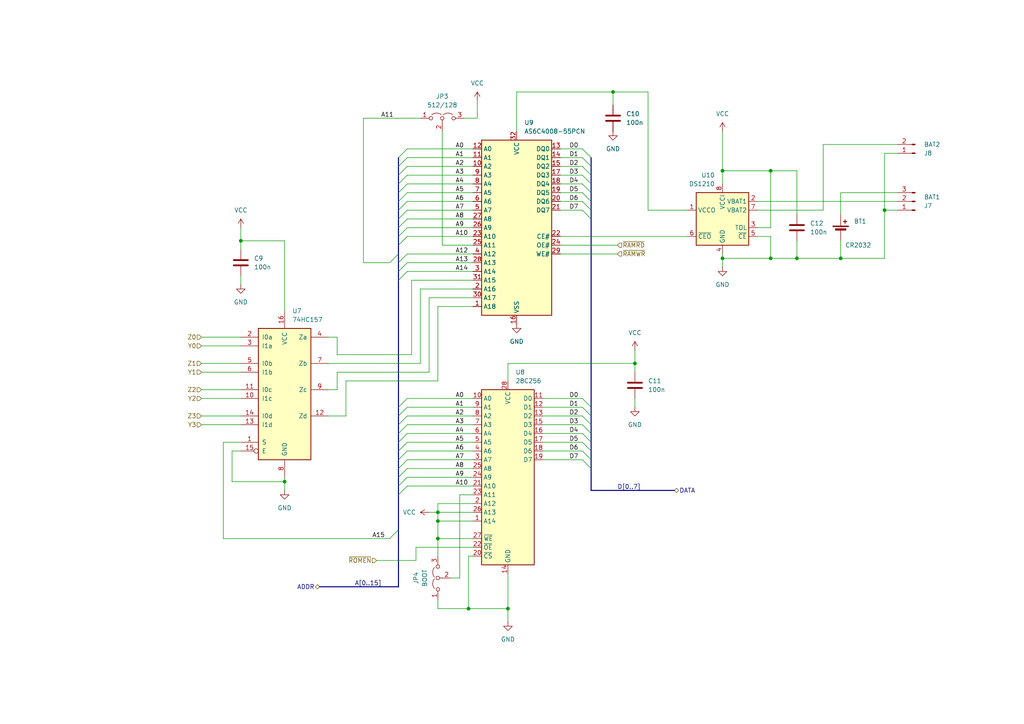
<source format=kicad_sch>
(kicad_sch
	(version 20231120)
	(generator "eeschema")
	(generator_version "8.0")
	(uuid "3e90ad0c-25f9-46c2-8c21-aa65b699c8d2")
	(paper "A4")
	(title_block
		(title "Mini11/8 Board V1.0")
	)
	(lib_symbols
		(symbol "74xx:74LS157"
			(pin_names
				(offset 1.016)
			)
			(exclude_from_sim no)
			(in_bom yes)
			(on_board yes)
			(property "Reference" "U"
				(at -7.62 19.05 0)
				(effects
					(font
						(size 1.27 1.27)
					)
				)
			)
			(property "Value" "74LS157"
				(at -7.62 -21.59 0)
				(effects
					(font
						(size 1.27 1.27)
					)
				)
			)
			(property "Footprint" ""
				(at 0 0 0)
				(effects
					(font
						(size 1.27 1.27)
					)
					(hide yes)
				)
			)
			(property "Datasheet" "http://www.ti.com/lit/gpn/sn74LS157"
				(at 0 0 0)
				(effects
					(font
						(size 1.27 1.27)
					)
					(hide yes)
				)
			)
			(property "Description" "Quad 2 to 1 line Multiplexer"
				(at 0 0 0)
				(effects
					(font
						(size 1.27 1.27)
					)
					(hide yes)
				)
			)
			(property "ki_locked" ""
				(at 0 0 0)
				(effects
					(font
						(size 1.27 1.27)
					)
				)
			)
			(property "ki_keywords" "TTL MUX MUX2"
				(at 0 0 0)
				(effects
					(font
						(size 1.27 1.27)
					)
					(hide yes)
				)
			)
			(property "ki_fp_filters" "DIP?16*"
				(at 0 0 0)
				(effects
					(font
						(size 1.27 1.27)
					)
					(hide yes)
				)
			)
			(symbol "74LS157_1_0"
				(pin input line
					(at -12.7 -15.24 0)
					(length 5.08)
					(name "S"
						(effects
							(font
								(size 1.27 1.27)
							)
						)
					)
					(number "1"
						(effects
							(font
								(size 1.27 1.27)
							)
						)
					)
				)
				(pin input line
					(at -12.7 -2.54 0)
					(length 5.08)
					(name "I1c"
						(effects
							(font
								(size 1.27 1.27)
							)
						)
					)
					(number "10"
						(effects
							(font
								(size 1.27 1.27)
							)
						)
					)
				)
				(pin input line
					(at -12.7 0 0)
					(length 5.08)
					(name "I0c"
						(effects
							(font
								(size 1.27 1.27)
							)
						)
					)
					(number "11"
						(effects
							(font
								(size 1.27 1.27)
							)
						)
					)
				)
				(pin output line
					(at 12.7 -7.62 180)
					(length 5.08)
					(name "Zd"
						(effects
							(font
								(size 1.27 1.27)
							)
						)
					)
					(number "12"
						(effects
							(font
								(size 1.27 1.27)
							)
						)
					)
				)
				(pin input line
					(at -12.7 -10.16 0)
					(length 5.08)
					(name "I1d"
						(effects
							(font
								(size 1.27 1.27)
							)
						)
					)
					(number "13"
						(effects
							(font
								(size 1.27 1.27)
							)
						)
					)
				)
				(pin input line
					(at -12.7 -7.62 0)
					(length 5.08)
					(name "I0d"
						(effects
							(font
								(size 1.27 1.27)
							)
						)
					)
					(number "14"
						(effects
							(font
								(size 1.27 1.27)
							)
						)
					)
				)
				(pin input inverted
					(at -12.7 -17.78 0)
					(length 5.08)
					(name "E"
						(effects
							(font
								(size 1.27 1.27)
							)
						)
					)
					(number "15"
						(effects
							(font
								(size 1.27 1.27)
							)
						)
					)
				)
				(pin power_in line
					(at 0 22.86 270)
					(length 5.08)
					(name "VCC"
						(effects
							(font
								(size 1.27 1.27)
							)
						)
					)
					(number "16"
						(effects
							(font
								(size 1.27 1.27)
							)
						)
					)
				)
				(pin input line
					(at -12.7 15.24 0)
					(length 5.08)
					(name "I0a"
						(effects
							(font
								(size 1.27 1.27)
							)
						)
					)
					(number "2"
						(effects
							(font
								(size 1.27 1.27)
							)
						)
					)
				)
				(pin input line
					(at -12.7 12.7 0)
					(length 5.08)
					(name "I1a"
						(effects
							(font
								(size 1.27 1.27)
							)
						)
					)
					(number "3"
						(effects
							(font
								(size 1.27 1.27)
							)
						)
					)
				)
				(pin output line
					(at 12.7 15.24 180)
					(length 5.08)
					(name "Za"
						(effects
							(font
								(size 1.27 1.27)
							)
						)
					)
					(number "4"
						(effects
							(font
								(size 1.27 1.27)
							)
						)
					)
				)
				(pin input line
					(at -12.7 7.62 0)
					(length 5.08)
					(name "I0b"
						(effects
							(font
								(size 1.27 1.27)
							)
						)
					)
					(number "5"
						(effects
							(font
								(size 1.27 1.27)
							)
						)
					)
				)
				(pin input line
					(at -12.7 5.08 0)
					(length 5.08)
					(name "I1b"
						(effects
							(font
								(size 1.27 1.27)
							)
						)
					)
					(number "6"
						(effects
							(font
								(size 1.27 1.27)
							)
						)
					)
				)
				(pin output line
					(at 12.7 7.62 180)
					(length 5.08)
					(name "Zb"
						(effects
							(font
								(size 1.27 1.27)
							)
						)
					)
					(number "7"
						(effects
							(font
								(size 1.27 1.27)
							)
						)
					)
				)
				(pin power_in line
					(at 0 -25.4 90)
					(length 5.08)
					(name "GND"
						(effects
							(font
								(size 1.27 1.27)
							)
						)
					)
					(number "8"
						(effects
							(font
								(size 1.27 1.27)
							)
						)
					)
				)
				(pin output line
					(at 12.7 0 180)
					(length 5.08)
					(name "Zc"
						(effects
							(font
								(size 1.27 1.27)
							)
						)
					)
					(number "9"
						(effects
							(font
								(size 1.27 1.27)
							)
						)
					)
				)
			)
			(symbol "74LS157_1_1"
				(rectangle
					(start -7.62 17.78)
					(end 7.62 -20.32)
					(stroke
						(width 0.254)
						(type default)
					)
					(fill
						(type background)
					)
				)
			)
		)
		(symbol "Connector:Conn_01x02_Pin"
			(pin_names
				(offset 1.016) hide)
			(exclude_from_sim no)
			(in_bom yes)
			(on_board yes)
			(property "Reference" "J"
				(at 0 2.54 0)
				(effects
					(font
						(size 1.27 1.27)
					)
				)
			)
			(property "Value" "Conn_01x02_Pin"
				(at 0 -5.08 0)
				(effects
					(font
						(size 1.27 1.27)
					)
				)
			)
			(property "Footprint" ""
				(at 0 0 0)
				(effects
					(font
						(size 1.27 1.27)
					)
					(hide yes)
				)
			)
			(property "Datasheet" "~"
				(at 0 0 0)
				(effects
					(font
						(size 1.27 1.27)
					)
					(hide yes)
				)
			)
			(property "Description" "Generic connector, single row, 01x02, script generated"
				(at 0 0 0)
				(effects
					(font
						(size 1.27 1.27)
					)
					(hide yes)
				)
			)
			(property "ki_locked" ""
				(at 0 0 0)
				(effects
					(font
						(size 1.27 1.27)
					)
				)
			)
			(property "ki_keywords" "connector"
				(at 0 0 0)
				(effects
					(font
						(size 1.27 1.27)
					)
					(hide yes)
				)
			)
			(property "ki_fp_filters" "Connector*:*_1x??_*"
				(at 0 0 0)
				(effects
					(font
						(size 1.27 1.27)
					)
					(hide yes)
				)
			)
			(symbol "Conn_01x02_Pin_1_1"
				(polyline
					(pts
						(xy 1.27 -2.54) (xy 0.8636 -2.54)
					)
					(stroke
						(width 0.1524)
						(type default)
					)
					(fill
						(type none)
					)
				)
				(polyline
					(pts
						(xy 1.27 0) (xy 0.8636 0)
					)
					(stroke
						(width 0.1524)
						(type default)
					)
					(fill
						(type none)
					)
				)
				(rectangle
					(start 0.8636 -2.413)
					(end 0 -2.667)
					(stroke
						(width 0.1524)
						(type default)
					)
					(fill
						(type outline)
					)
				)
				(rectangle
					(start 0.8636 0.127)
					(end 0 -0.127)
					(stroke
						(width 0.1524)
						(type default)
					)
					(fill
						(type outline)
					)
				)
				(pin passive line
					(at 5.08 0 180)
					(length 3.81)
					(name "Pin_1"
						(effects
							(font
								(size 1.27 1.27)
							)
						)
					)
					(number "1"
						(effects
							(font
								(size 1.27 1.27)
							)
						)
					)
				)
				(pin passive line
					(at 5.08 -2.54 180)
					(length 3.81)
					(name "Pin_2"
						(effects
							(font
								(size 1.27 1.27)
							)
						)
					)
					(number "2"
						(effects
							(font
								(size 1.27 1.27)
							)
						)
					)
				)
			)
		)
		(symbol "Connector:Conn_01x03_Pin"
			(pin_names
				(offset 1.016) hide)
			(exclude_from_sim no)
			(in_bom yes)
			(on_board yes)
			(property "Reference" "J"
				(at 0 5.08 0)
				(effects
					(font
						(size 1.27 1.27)
					)
				)
			)
			(property "Value" "Conn_01x03_Pin"
				(at 0 -5.08 0)
				(effects
					(font
						(size 1.27 1.27)
					)
				)
			)
			(property "Footprint" ""
				(at 0 0 0)
				(effects
					(font
						(size 1.27 1.27)
					)
					(hide yes)
				)
			)
			(property "Datasheet" "~"
				(at 0 0 0)
				(effects
					(font
						(size 1.27 1.27)
					)
					(hide yes)
				)
			)
			(property "Description" "Generic connector, single row, 01x03, script generated"
				(at 0 0 0)
				(effects
					(font
						(size 1.27 1.27)
					)
					(hide yes)
				)
			)
			(property "ki_locked" ""
				(at 0 0 0)
				(effects
					(font
						(size 1.27 1.27)
					)
				)
			)
			(property "ki_keywords" "connector"
				(at 0 0 0)
				(effects
					(font
						(size 1.27 1.27)
					)
					(hide yes)
				)
			)
			(property "ki_fp_filters" "Connector*:*_1x??_*"
				(at 0 0 0)
				(effects
					(font
						(size 1.27 1.27)
					)
					(hide yes)
				)
			)
			(symbol "Conn_01x03_Pin_1_1"
				(polyline
					(pts
						(xy 1.27 -2.54) (xy 0.8636 -2.54)
					)
					(stroke
						(width 0.1524)
						(type default)
					)
					(fill
						(type none)
					)
				)
				(polyline
					(pts
						(xy 1.27 0) (xy 0.8636 0)
					)
					(stroke
						(width 0.1524)
						(type default)
					)
					(fill
						(type none)
					)
				)
				(polyline
					(pts
						(xy 1.27 2.54) (xy 0.8636 2.54)
					)
					(stroke
						(width 0.1524)
						(type default)
					)
					(fill
						(type none)
					)
				)
				(rectangle
					(start 0.8636 -2.413)
					(end 0 -2.667)
					(stroke
						(width 0.1524)
						(type default)
					)
					(fill
						(type outline)
					)
				)
				(rectangle
					(start 0.8636 0.127)
					(end 0 -0.127)
					(stroke
						(width 0.1524)
						(type default)
					)
					(fill
						(type outline)
					)
				)
				(rectangle
					(start 0.8636 2.667)
					(end 0 2.413)
					(stroke
						(width 0.1524)
						(type default)
					)
					(fill
						(type outline)
					)
				)
				(pin passive line
					(at 5.08 2.54 180)
					(length 3.81)
					(name "Pin_1"
						(effects
							(font
								(size 1.27 1.27)
							)
						)
					)
					(number "1"
						(effects
							(font
								(size 1.27 1.27)
							)
						)
					)
				)
				(pin passive line
					(at 5.08 0 180)
					(length 3.81)
					(name "Pin_2"
						(effects
							(font
								(size 1.27 1.27)
							)
						)
					)
					(number "2"
						(effects
							(font
								(size 1.27 1.27)
							)
						)
					)
				)
				(pin passive line
					(at 5.08 -2.54 180)
					(length 3.81)
					(name "Pin_3"
						(effects
							(font
								(size 1.27 1.27)
							)
						)
					)
					(number "3"
						(effects
							(font
								(size 1.27 1.27)
							)
						)
					)
				)
			)
		)
		(symbol "Device:Battery_Cell"
			(pin_numbers hide)
			(pin_names
				(offset 0) hide)
			(exclude_from_sim no)
			(in_bom yes)
			(on_board yes)
			(property "Reference" "BT"
				(at 2.54 2.54 0)
				(effects
					(font
						(size 1.27 1.27)
					)
					(justify left)
				)
			)
			(property "Value" "Battery_Cell"
				(at 2.54 0 0)
				(effects
					(font
						(size 1.27 1.27)
					)
					(justify left)
				)
			)
			(property "Footprint" ""
				(at 0 1.524 90)
				(effects
					(font
						(size 1.27 1.27)
					)
					(hide yes)
				)
			)
			(property "Datasheet" "~"
				(at 0 1.524 90)
				(effects
					(font
						(size 1.27 1.27)
					)
					(hide yes)
				)
			)
			(property "Description" "Single-cell battery"
				(at 0 0 0)
				(effects
					(font
						(size 1.27 1.27)
					)
					(hide yes)
				)
			)
			(property "ki_keywords" "battery cell"
				(at 0 0 0)
				(effects
					(font
						(size 1.27 1.27)
					)
					(hide yes)
				)
			)
			(symbol "Battery_Cell_0_1"
				(rectangle
					(start -2.286 1.778)
					(end 2.286 1.524)
					(stroke
						(width 0)
						(type default)
					)
					(fill
						(type outline)
					)
				)
				(rectangle
					(start -1.524 1.016)
					(end 1.524 0.508)
					(stroke
						(width 0)
						(type default)
					)
					(fill
						(type outline)
					)
				)
				(polyline
					(pts
						(xy 0 0.762) (xy 0 0)
					)
					(stroke
						(width 0)
						(type default)
					)
					(fill
						(type none)
					)
				)
				(polyline
					(pts
						(xy 0 1.778) (xy 0 2.54)
					)
					(stroke
						(width 0)
						(type default)
					)
					(fill
						(type none)
					)
				)
				(polyline
					(pts
						(xy 0.762 3.048) (xy 1.778 3.048)
					)
					(stroke
						(width 0.254)
						(type default)
					)
					(fill
						(type none)
					)
				)
				(polyline
					(pts
						(xy 1.27 3.556) (xy 1.27 2.54)
					)
					(stroke
						(width 0.254)
						(type default)
					)
					(fill
						(type none)
					)
				)
			)
			(symbol "Battery_Cell_1_1"
				(pin passive line
					(at 0 5.08 270)
					(length 2.54)
					(name "+"
						(effects
							(font
								(size 1.27 1.27)
							)
						)
					)
					(number "1"
						(effects
							(font
								(size 1.27 1.27)
							)
						)
					)
				)
				(pin passive line
					(at 0 -2.54 90)
					(length 2.54)
					(name "-"
						(effects
							(font
								(size 1.27 1.27)
							)
						)
					)
					(number "2"
						(effects
							(font
								(size 1.27 1.27)
							)
						)
					)
				)
			)
		)
		(symbol "Device:C"
			(pin_numbers hide)
			(pin_names
				(offset 0.254)
			)
			(exclude_from_sim no)
			(in_bom yes)
			(on_board yes)
			(property "Reference" "C"
				(at 0.635 2.54 0)
				(effects
					(font
						(size 1.27 1.27)
					)
					(justify left)
				)
			)
			(property "Value" "C"
				(at 0.635 -2.54 0)
				(effects
					(font
						(size 1.27 1.27)
					)
					(justify left)
				)
			)
			(property "Footprint" ""
				(at 0.9652 -3.81 0)
				(effects
					(font
						(size 1.27 1.27)
					)
					(hide yes)
				)
			)
			(property "Datasheet" "~"
				(at 0 0 0)
				(effects
					(font
						(size 1.27 1.27)
					)
					(hide yes)
				)
			)
			(property "Description" "Unpolarized capacitor"
				(at 0 0 0)
				(effects
					(font
						(size 1.27 1.27)
					)
					(hide yes)
				)
			)
			(property "ki_keywords" "cap capacitor"
				(at 0 0 0)
				(effects
					(font
						(size 1.27 1.27)
					)
					(hide yes)
				)
			)
			(property "ki_fp_filters" "C_*"
				(at 0 0 0)
				(effects
					(font
						(size 1.27 1.27)
					)
					(hide yes)
				)
			)
			(symbol "C_0_1"
				(polyline
					(pts
						(xy -2.032 -0.762) (xy 2.032 -0.762)
					)
					(stroke
						(width 0.508)
						(type default)
					)
					(fill
						(type none)
					)
				)
				(polyline
					(pts
						(xy -2.032 0.762) (xy 2.032 0.762)
					)
					(stroke
						(width 0.508)
						(type default)
					)
					(fill
						(type none)
					)
				)
			)
			(symbol "C_1_1"
				(pin passive line
					(at 0 3.81 270)
					(length 2.794)
					(name "~"
						(effects
							(font
								(size 1.27 1.27)
							)
						)
					)
					(number "1"
						(effects
							(font
								(size 1.27 1.27)
							)
						)
					)
				)
				(pin passive line
					(at 0 -3.81 90)
					(length 2.794)
					(name "~"
						(effects
							(font
								(size 1.27 1.27)
							)
						)
					)
					(number "2"
						(effects
							(font
								(size 1.27 1.27)
							)
						)
					)
				)
			)
		)
		(symbol "Jumper:Jumper_3_Open"
			(pin_names
				(offset 0) hide)
			(exclude_from_sim no)
			(in_bom yes)
			(on_board yes)
			(property "Reference" "JP"
				(at -2.54 -2.54 0)
				(effects
					(font
						(size 1.27 1.27)
					)
				)
			)
			(property "Value" "Jumper_3_Open"
				(at 0 2.794 0)
				(effects
					(font
						(size 1.27 1.27)
					)
				)
			)
			(property "Footprint" ""
				(at 0 0 0)
				(effects
					(font
						(size 1.27 1.27)
					)
					(hide yes)
				)
			)
			(property "Datasheet" "~"
				(at 0 0 0)
				(effects
					(font
						(size 1.27 1.27)
					)
					(hide yes)
				)
			)
			(property "Description" "Jumper, 3-pole, both open"
				(at 0 0 0)
				(effects
					(font
						(size 1.27 1.27)
					)
					(hide yes)
				)
			)
			(property "ki_keywords" "Jumper SPDT"
				(at 0 0 0)
				(effects
					(font
						(size 1.27 1.27)
					)
					(hide yes)
				)
			)
			(property "ki_fp_filters" "Jumper* TestPoint*3Pads* TestPoint*Bridge*"
				(at 0 0 0)
				(effects
					(font
						(size 1.27 1.27)
					)
					(hide yes)
				)
			)
			(symbol "Jumper_3_Open_0_0"
				(circle
					(center -3.302 0)
					(radius 0.508)
					(stroke
						(width 0)
						(type default)
					)
					(fill
						(type none)
					)
				)
				(circle
					(center 0 0)
					(radius 0.508)
					(stroke
						(width 0)
						(type default)
					)
					(fill
						(type none)
					)
				)
				(circle
					(center 3.302 0)
					(radius 0.508)
					(stroke
						(width 0)
						(type default)
					)
					(fill
						(type none)
					)
				)
			)
			(symbol "Jumper_3_Open_0_1"
				(arc
					(start -0.254 1.016)
					(mid -1.651 1.4992)
					(end -3.048 1.016)
					(stroke
						(width 0)
						(type default)
					)
					(fill
						(type none)
					)
				)
				(polyline
					(pts
						(xy 0 -0.508) (xy 0 -1.27)
					)
					(stroke
						(width 0)
						(type default)
					)
					(fill
						(type none)
					)
				)
				(arc
					(start 3.048 1.016)
					(mid 1.651 1.4992)
					(end 0.254 1.016)
					(stroke
						(width 0)
						(type default)
					)
					(fill
						(type none)
					)
				)
			)
			(symbol "Jumper_3_Open_1_1"
				(pin passive line
					(at -6.35 0 0)
					(length 2.54)
					(name "A"
						(effects
							(font
								(size 1.27 1.27)
							)
						)
					)
					(number "1"
						(effects
							(font
								(size 1.27 1.27)
							)
						)
					)
				)
				(pin passive line
					(at 0 -3.81 90)
					(length 2.54)
					(name "C"
						(effects
							(font
								(size 1.27 1.27)
							)
						)
					)
					(number "2"
						(effects
							(font
								(size 1.27 1.27)
							)
						)
					)
				)
				(pin passive line
					(at 6.35 0 180)
					(length 2.54)
					(name "B"
						(effects
							(font
								(size 1.27 1.27)
							)
						)
					)
					(number "3"
						(effects
							(font
								(size 1.27 1.27)
							)
						)
					)
				)
			)
		)
		(symbol "Memory_EEPROM:28C256"
			(exclude_from_sim no)
			(in_bom yes)
			(on_board yes)
			(property "Reference" "U"
				(at -7.62 26.67 0)
				(effects
					(font
						(size 1.27 1.27)
					)
				)
			)
			(property "Value" "28C256"
				(at 2.54 -26.67 0)
				(effects
					(font
						(size 1.27 1.27)
					)
					(justify left)
				)
			)
			(property "Footprint" ""
				(at 0 0 0)
				(effects
					(font
						(size 1.27 1.27)
					)
					(hide yes)
				)
			)
			(property "Datasheet" "http://ww1.microchip.com/downloads/en/DeviceDoc/doc0006.pdf"
				(at 0 0 0)
				(effects
					(font
						(size 1.27 1.27)
					)
					(hide yes)
				)
			)
			(property "Description" "Paged Parallel EEPROM 256Kb (32K x 8), DIP-28/SOIC-28"
				(at 0 0 0)
				(effects
					(font
						(size 1.27 1.27)
					)
					(hide yes)
				)
			)
			(property "ki_keywords" "Parallel EEPROM 256Kb"
				(at 0 0 0)
				(effects
					(font
						(size 1.27 1.27)
					)
					(hide yes)
				)
			)
			(property "ki_fp_filters" "DIP*W15.24mm* SOIC*7.5x17.9mm*P1.27mm*"
				(at 0 0 0)
				(effects
					(font
						(size 1.27 1.27)
					)
					(hide yes)
				)
			)
			(symbol "28C256_1_1"
				(rectangle
					(start -7.62 25.4)
					(end 7.62 -25.4)
					(stroke
						(width 0.254)
						(type default)
					)
					(fill
						(type background)
					)
				)
				(pin input line
					(at -10.16 -12.7 0)
					(length 2.54)
					(name "A14"
						(effects
							(font
								(size 1.27 1.27)
							)
						)
					)
					(number "1"
						(effects
							(font
								(size 1.27 1.27)
							)
						)
					)
				)
				(pin input line
					(at -10.16 22.86 0)
					(length 2.54)
					(name "A0"
						(effects
							(font
								(size 1.27 1.27)
							)
						)
					)
					(number "10"
						(effects
							(font
								(size 1.27 1.27)
							)
						)
					)
				)
				(pin tri_state line
					(at 10.16 22.86 180)
					(length 2.54)
					(name "D0"
						(effects
							(font
								(size 1.27 1.27)
							)
						)
					)
					(number "11"
						(effects
							(font
								(size 1.27 1.27)
							)
						)
					)
				)
				(pin tri_state line
					(at 10.16 20.32 180)
					(length 2.54)
					(name "D1"
						(effects
							(font
								(size 1.27 1.27)
							)
						)
					)
					(number "12"
						(effects
							(font
								(size 1.27 1.27)
							)
						)
					)
				)
				(pin tri_state line
					(at 10.16 17.78 180)
					(length 2.54)
					(name "D2"
						(effects
							(font
								(size 1.27 1.27)
							)
						)
					)
					(number "13"
						(effects
							(font
								(size 1.27 1.27)
							)
						)
					)
				)
				(pin power_in line
					(at 0 -27.94 90)
					(length 2.54)
					(name "GND"
						(effects
							(font
								(size 1.27 1.27)
							)
						)
					)
					(number "14"
						(effects
							(font
								(size 1.27 1.27)
							)
						)
					)
				)
				(pin tri_state line
					(at 10.16 15.24 180)
					(length 2.54)
					(name "D3"
						(effects
							(font
								(size 1.27 1.27)
							)
						)
					)
					(number "15"
						(effects
							(font
								(size 1.27 1.27)
							)
						)
					)
				)
				(pin tri_state line
					(at 10.16 12.7 180)
					(length 2.54)
					(name "D4"
						(effects
							(font
								(size 1.27 1.27)
							)
						)
					)
					(number "16"
						(effects
							(font
								(size 1.27 1.27)
							)
						)
					)
				)
				(pin tri_state line
					(at 10.16 10.16 180)
					(length 2.54)
					(name "D5"
						(effects
							(font
								(size 1.27 1.27)
							)
						)
					)
					(number "17"
						(effects
							(font
								(size 1.27 1.27)
							)
						)
					)
				)
				(pin tri_state line
					(at 10.16 7.62 180)
					(length 2.54)
					(name "D6"
						(effects
							(font
								(size 1.27 1.27)
							)
						)
					)
					(number "18"
						(effects
							(font
								(size 1.27 1.27)
							)
						)
					)
				)
				(pin tri_state line
					(at 10.16 5.08 180)
					(length 2.54)
					(name "D7"
						(effects
							(font
								(size 1.27 1.27)
							)
						)
					)
					(number "19"
						(effects
							(font
								(size 1.27 1.27)
							)
						)
					)
				)
				(pin input line
					(at -10.16 -7.62 0)
					(length 2.54)
					(name "A12"
						(effects
							(font
								(size 1.27 1.27)
							)
						)
					)
					(number "2"
						(effects
							(font
								(size 1.27 1.27)
							)
						)
					)
				)
				(pin input line
					(at -10.16 -22.86 0)
					(length 2.54)
					(name "~{CS}"
						(effects
							(font
								(size 1.27 1.27)
							)
						)
					)
					(number "20"
						(effects
							(font
								(size 1.27 1.27)
							)
						)
					)
				)
				(pin input line
					(at -10.16 -2.54 0)
					(length 2.54)
					(name "A10"
						(effects
							(font
								(size 1.27 1.27)
							)
						)
					)
					(number "21"
						(effects
							(font
								(size 1.27 1.27)
							)
						)
					)
				)
				(pin input line
					(at -10.16 -20.32 0)
					(length 2.54)
					(name "~{OE}"
						(effects
							(font
								(size 1.27 1.27)
							)
						)
					)
					(number "22"
						(effects
							(font
								(size 1.27 1.27)
							)
						)
					)
				)
				(pin input line
					(at -10.16 -5.08 0)
					(length 2.54)
					(name "A11"
						(effects
							(font
								(size 1.27 1.27)
							)
						)
					)
					(number "23"
						(effects
							(font
								(size 1.27 1.27)
							)
						)
					)
				)
				(pin input line
					(at -10.16 0 0)
					(length 2.54)
					(name "A9"
						(effects
							(font
								(size 1.27 1.27)
							)
						)
					)
					(number "24"
						(effects
							(font
								(size 1.27 1.27)
							)
						)
					)
				)
				(pin input line
					(at -10.16 2.54 0)
					(length 2.54)
					(name "A8"
						(effects
							(font
								(size 1.27 1.27)
							)
						)
					)
					(number "25"
						(effects
							(font
								(size 1.27 1.27)
							)
						)
					)
				)
				(pin input line
					(at -10.16 -10.16 0)
					(length 2.54)
					(name "A13"
						(effects
							(font
								(size 1.27 1.27)
							)
						)
					)
					(number "26"
						(effects
							(font
								(size 1.27 1.27)
							)
						)
					)
				)
				(pin input line
					(at -10.16 -17.78 0)
					(length 2.54)
					(name "~{WE}"
						(effects
							(font
								(size 1.27 1.27)
							)
						)
					)
					(number "27"
						(effects
							(font
								(size 1.27 1.27)
							)
						)
					)
				)
				(pin power_in line
					(at 0 27.94 270)
					(length 2.54)
					(name "VCC"
						(effects
							(font
								(size 1.27 1.27)
							)
						)
					)
					(number "28"
						(effects
							(font
								(size 1.27 1.27)
							)
						)
					)
				)
				(pin input line
					(at -10.16 5.08 0)
					(length 2.54)
					(name "A7"
						(effects
							(font
								(size 1.27 1.27)
							)
						)
					)
					(number "3"
						(effects
							(font
								(size 1.27 1.27)
							)
						)
					)
				)
				(pin input line
					(at -10.16 7.62 0)
					(length 2.54)
					(name "A6"
						(effects
							(font
								(size 1.27 1.27)
							)
						)
					)
					(number "4"
						(effects
							(font
								(size 1.27 1.27)
							)
						)
					)
				)
				(pin input line
					(at -10.16 10.16 0)
					(length 2.54)
					(name "A5"
						(effects
							(font
								(size 1.27 1.27)
							)
						)
					)
					(number "5"
						(effects
							(font
								(size 1.27 1.27)
							)
						)
					)
				)
				(pin input line
					(at -10.16 12.7 0)
					(length 2.54)
					(name "A4"
						(effects
							(font
								(size 1.27 1.27)
							)
						)
					)
					(number "6"
						(effects
							(font
								(size 1.27 1.27)
							)
						)
					)
				)
				(pin input line
					(at -10.16 15.24 0)
					(length 2.54)
					(name "A3"
						(effects
							(font
								(size 1.27 1.27)
							)
						)
					)
					(number "7"
						(effects
							(font
								(size 1.27 1.27)
							)
						)
					)
				)
				(pin input line
					(at -10.16 17.78 0)
					(length 2.54)
					(name "A2"
						(effects
							(font
								(size 1.27 1.27)
							)
						)
					)
					(number "8"
						(effects
							(font
								(size 1.27 1.27)
							)
						)
					)
				)
				(pin input line
					(at -10.16 20.32 0)
					(length 2.54)
					(name "A1"
						(effects
							(font
								(size 1.27 1.27)
							)
						)
					)
					(number "9"
						(effects
							(font
								(size 1.27 1.27)
							)
						)
					)
				)
			)
		)
		(symbol "Memory_RAM:AS6C4008-55PCN"
			(exclude_from_sim no)
			(in_bom yes)
			(on_board yes)
			(property "Reference" "U"
				(at -10.16 26.035 0)
				(effects
					(font
						(size 1.27 1.27)
					)
					(justify left bottom)
				)
			)
			(property "Value" "AS6C4008-55PCN"
				(at 2.54 26.035 0)
				(effects
					(font
						(size 1.27 1.27)
					)
					(justify left bottom)
				)
			)
			(property "Footprint" "Package_DIP:DIP-32_W15.24mm"
				(at 0 2.54 0)
				(effects
					(font
						(size 1.27 1.27)
					)
					(hide yes)
				)
			)
			(property "Datasheet" "https://www.alliancememory.com/wp-content/uploads/pdf/AS6C4008.pdf"
				(at 0 2.54 0)
				(effects
					(font
						(size 1.27 1.27)
					)
					(hide yes)
				)
			)
			(property "Description" "512K x 8 Low Power CMOS RAM, DIP-32"
				(at 0 0 0)
				(effects
					(font
						(size 1.27 1.27)
					)
					(hide yes)
				)
			)
			(property "ki_keywords" "RAM SRAM CMOS MEMORY"
				(at 0 0 0)
				(effects
					(font
						(size 1.27 1.27)
					)
					(hide yes)
				)
			)
			(property "ki_fp_filters" "DIP*W15.24mm*"
				(at 0 0 0)
				(effects
					(font
						(size 1.27 1.27)
					)
					(hide yes)
				)
			)
			(symbol "AS6C4008-55PCN_0_0"
				(pin power_in line
					(at 0 -27.94 90)
					(length 2.54)
					(name "VSS"
						(effects
							(font
								(size 1.27 1.27)
							)
						)
					)
					(number "16"
						(effects
							(font
								(size 1.27 1.27)
							)
						)
					)
				)
				(pin power_in line
					(at 0 27.94 270)
					(length 2.54)
					(name "VCC"
						(effects
							(font
								(size 1.27 1.27)
							)
						)
					)
					(number "32"
						(effects
							(font
								(size 1.27 1.27)
							)
						)
					)
				)
			)
			(symbol "AS6C4008-55PCN_0_1"
				(rectangle
					(start -10.16 25.4)
					(end 10.16 -25.4)
					(stroke
						(width 0.254)
						(type default)
					)
					(fill
						(type background)
					)
				)
			)
			(symbol "AS6C4008-55PCN_1_1"
				(pin input line
					(at -12.7 -22.86 0)
					(length 2.54)
					(name "A18"
						(effects
							(font
								(size 1.27 1.27)
							)
						)
					)
					(number "1"
						(effects
							(font
								(size 1.27 1.27)
							)
						)
					)
				)
				(pin input line
					(at -12.7 17.78 0)
					(length 2.54)
					(name "A2"
						(effects
							(font
								(size 1.27 1.27)
							)
						)
					)
					(number "10"
						(effects
							(font
								(size 1.27 1.27)
							)
						)
					)
				)
				(pin input line
					(at -12.7 20.32 0)
					(length 2.54)
					(name "A1"
						(effects
							(font
								(size 1.27 1.27)
							)
						)
					)
					(number "11"
						(effects
							(font
								(size 1.27 1.27)
							)
						)
					)
				)
				(pin input line
					(at -12.7 22.86 0)
					(length 2.54)
					(name "A0"
						(effects
							(font
								(size 1.27 1.27)
							)
						)
					)
					(number "12"
						(effects
							(font
								(size 1.27 1.27)
							)
						)
					)
				)
				(pin tri_state line
					(at 12.7 22.86 180)
					(length 2.54)
					(name "DQ0"
						(effects
							(font
								(size 1.27 1.27)
							)
						)
					)
					(number "13"
						(effects
							(font
								(size 1.27 1.27)
							)
						)
					)
				)
				(pin tri_state line
					(at 12.7 20.32 180)
					(length 2.54)
					(name "DQ1"
						(effects
							(font
								(size 1.27 1.27)
							)
						)
					)
					(number "14"
						(effects
							(font
								(size 1.27 1.27)
							)
						)
					)
				)
				(pin tri_state line
					(at 12.7 17.78 180)
					(length 2.54)
					(name "DQ2"
						(effects
							(font
								(size 1.27 1.27)
							)
						)
					)
					(number "15"
						(effects
							(font
								(size 1.27 1.27)
							)
						)
					)
				)
				(pin tri_state line
					(at 12.7 15.24 180)
					(length 2.54)
					(name "DQ3"
						(effects
							(font
								(size 1.27 1.27)
							)
						)
					)
					(number "17"
						(effects
							(font
								(size 1.27 1.27)
							)
						)
					)
				)
				(pin tri_state line
					(at 12.7 12.7 180)
					(length 2.54)
					(name "DQ4"
						(effects
							(font
								(size 1.27 1.27)
							)
						)
					)
					(number "18"
						(effects
							(font
								(size 1.27 1.27)
							)
						)
					)
				)
				(pin tri_state line
					(at 12.7 10.16 180)
					(length 2.54)
					(name "DQ5"
						(effects
							(font
								(size 1.27 1.27)
							)
						)
					)
					(number "19"
						(effects
							(font
								(size 1.27 1.27)
							)
						)
					)
				)
				(pin input line
					(at -12.7 -17.78 0)
					(length 2.54)
					(name "A16"
						(effects
							(font
								(size 1.27 1.27)
							)
						)
					)
					(number "2"
						(effects
							(font
								(size 1.27 1.27)
							)
						)
					)
				)
				(pin tri_state line
					(at 12.7 7.62 180)
					(length 2.54)
					(name "DQ6"
						(effects
							(font
								(size 1.27 1.27)
							)
						)
					)
					(number "20"
						(effects
							(font
								(size 1.27 1.27)
							)
						)
					)
				)
				(pin tri_state line
					(at 12.7 5.08 180)
					(length 2.54)
					(name "DQ7"
						(effects
							(font
								(size 1.27 1.27)
							)
						)
					)
					(number "21"
						(effects
							(font
								(size 1.27 1.27)
							)
						)
					)
				)
				(pin input line
					(at 12.7 -2.54 180)
					(length 2.54)
					(name "CE#"
						(effects
							(font
								(size 1.27 1.27)
							)
						)
					)
					(number "22"
						(effects
							(font
								(size 1.27 1.27)
							)
						)
					)
				)
				(pin input line
					(at -12.7 -2.54 0)
					(length 2.54)
					(name "A10"
						(effects
							(font
								(size 1.27 1.27)
							)
						)
					)
					(number "23"
						(effects
							(font
								(size 1.27 1.27)
							)
						)
					)
				)
				(pin input line
					(at 12.7 -5.08 180)
					(length 2.54)
					(name "OE#"
						(effects
							(font
								(size 1.27 1.27)
							)
						)
					)
					(number "24"
						(effects
							(font
								(size 1.27 1.27)
							)
						)
					)
				)
				(pin input line
					(at -12.7 -5.08 0)
					(length 2.54)
					(name "A11"
						(effects
							(font
								(size 1.27 1.27)
							)
						)
					)
					(number "25"
						(effects
							(font
								(size 1.27 1.27)
							)
						)
					)
				)
				(pin input line
					(at -12.7 0 0)
					(length 2.54)
					(name "A9"
						(effects
							(font
								(size 1.27 1.27)
							)
						)
					)
					(number "26"
						(effects
							(font
								(size 1.27 1.27)
							)
						)
					)
				)
				(pin input line
					(at -12.7 2.54 0)
					(length 2.54)
					(name "A8"
						(effects
							(font
								(size 1.27 1.27)
							)
						)
					)
					(number "27"
						(effects
							(font
								(size 1.27 1.27)
							)
						)
					)
				)
				(pin input line
					(at -12.7 -10.16 0)
					(length 2.54)
					(name "A13"
						(effects
							(font
								(size 1.27 1.27)
							)
						)
					)
					(number "28"
						(effects
							(font
								(size 1.27 1.27)
							)
						)
					)
				)
				(pin input line
					(at 12.7 -7.62 180)
					(length 2.54)
					(name "WE#"
						(effects
							(font
								(size 1.27 1.27)
							)
						)
					)
					(number "29"
						(effects
							(font
								(size 1.27 1.27)
							)
						)
					)
				)
				(pin input line
					(at -12.7 -12.7 0)
					(length 2.54)
					(name "A14"
						(effects
							(font
								(size 1.27 1.27)
							)
						)
					)
					(number "3"
						(effects
							(font
								(size 1.27 1.27)
							)
						)
					)
				)
				(pin input line
					(at -12.7 -20.32 0)
					(length 2.54)
					(name "A17"
						(effects
							(font
								(size 1.27 1.27)
							)
						)
					)
					(number "30"
						(effects
							(font
								(size 1.27 1.27)
							)
						)
					)
				)
				(pin input line
					(at -12.7 -15.24 0)
					(length 2.54)
					(name "A15"
						(effects
							(font
								(size 1.27 1.27)
							)
						)
					)
					(number "31"
						(effects
							(font
								(size 1.27 1.27)
							)
						)
					)
				)
				(pin input line
					(at -12.7 -7.62 0)
					(length 2.54)
					(name "A12"
						(effects
							(font
								(size 1.27 1.27)
							)
						)
					)
					(number "4"
						(effects
							(font
								(size 1.27 1.27)
							)
						)
					)
				)
				(pin input line
					(at -12.7 5.08 0)
					(length 2.54)
					(name "A7"
						(effects
							(font
								(size 1.27 1.27)
							)
						)
					)
					(number "5"
						(effects
							(font
								(size 1.27 1.27)
							)
						)
					)
				)
				(pin input line
					(at -12.7 7.62 0)
					(length 2.54)
					(name "A6"
						(effects
							(font
								(size 1.27 1.27)
							)
						)
					)
					(number "6"
						(effects
							(font
								(size 1.27 1.27)
							)
						)
					)
				)
				(pin input line
					(at -12.7 10.16 0)
					(length 2.54)
					(name "A5"
						(effects
							(font
								(size 1.27 1.27)
							)
						)
					)
					(number "7"
						(effects
							(font
								(size 1.27 1.27)
							)
						)
					)
				)
				(pin input line
					(at -12.7 12.7 0)
					(length 2.54)
					(name "A4"
						(effects
							(font
								(size 1.27 1.27)
							)
						)
					)
					(number "8"
						(effects
							(font
								(size 1.27 1.27)
							)
						)
					)
				)
				(pin input line
					(at -12.7 15.24 0)
					(length 2.54)
					(name "A3"
						(effects
							(font
								(size 1.27 1.27)
							)
						)
					)
					(number "9"
						(effects
							(font
								(size 1.27 1.27)
							)
						)
					)
				)
			)
		)
		(symbol "Power_Management:DS1210"
			(exclude_from_sim no)
			(in_bom yes)
			(on_board yes)
			(property "Reference" "U"
				(at -7.62 8.89 0)
				(effects
					(font
						(size 1.27 1.27)
					)
				)
			)
			(property "Value" "DS1210"
				(at 5.08 8.89 0)
				(effects
					(font
						(size 1.27 1.27)
					)
				)
			)
			(property "Footprint" "Package_DIP:DIP-8_W7.62mm"
				(at 0 -20.32 0)
				(effects
					(font
						(size 1.27 1.27)
					)
					(hide yes)
				)
			)
			(property "Datasheet" "https://datasheets.maximintegrated.com/en/ds/DS1210.pdf"
				(at -2.54 -2.54 0)
				(effects
					(font
						(size 1.27 1.27)
					)
					(hide yes)
				)
			)
			(property "Description" "Nonvolatile Controller, PDIP-8"
				(at 0 0 0)
				(effects
					(font
						(size 1.27 1.27)
					)
					(hide yes)
				)
			)
			(property "ki_keywords" "Nonvolatile, RAM, Controller, Battery, Power"
				(at 0 0 0)
				(effects
					(font
						(size 1.27 1.27)
					)
					(hide yes)
				)
			)
			(property "ki_fp_filters" "DIP*W7.62mm*"
				(at 0 0 0)
				(effects
					(font
						(size 1.27 1.27)
					)
					(hide yes)
				)
			)
			(symbol "DS1210_0_1"
				(rectangle
					(start -7.62 7.62)
					(end 7.62 -7.62)
					(stroke
						(width 0.254)
						(type default)
					)
					(fill
						(type background)
					)
				)
			)
			(symbol "DS1210_1_1"
				(pin power_out line
					(at 10.16 2.54 180)
					(length 2.54)
					(name "VCCO"
						(effects
							(font
								(size 1.27 1.27)
							)
						)
					)
					(number "1"
						(effects
							(font
								(size 1.27 1.27)
							)
						)
					)
				)
				(pin power_in line
					(at -10.16 5.08 0)
					(length 2.54)
					(name "VBAT1"
						(effects
							(font
								(size 1.27 1.27)
							)
						)
					)
					(number "2"
						(effects
							(font
								(size 1.27 1.27)
							)
						)
					)
				)
				(pin input line
					(at -10.16 -2.54 0)
					(length 2.54)
					(name "TOL"
						(effects
							(font
								(size 1.27 1.27)
							)
						)
					)
					(number "3"
						(effects
							(font
								(size 1.27 1.27)
							)
						)
					)
				)
				(pin power_in line
					(at 0 -10.16 90)
					(length 2.54)
					(name "GND"
						(effects
							(font
								(size 1.27 1.27)
							)
						)
					)
					(number "4"
						(effects
							(font
								(size 1.27 1.27)
							)
						)
					)
				)
				(pin input line
					(at -10.16 -5.08 0)
					(length 2.54)
					(name "~{CE}"
						(effects
							(font
								(size 1.27 1.27)
							)
						)
					)
					(number "5"
						(effects
							(font
								(size 1.27 1.27)
							)
						)
					)
				)
				(pin output line
					(at 10.16 -5.08 180)
					(length 2.54)
					(name "~{CEO}"
						(effects
							(font
								(size 1.27 1.27)
							)
						)
					)
					(number "6"
						(effects
							(font
								(size 1.27 1.27)
							)
						)
					)
				)
				(pin power_in line
					(at -10.16 2.54 0)
					(length 2.54)
					(name "VBAT2"
						(effects
							(font
								(size 1.27 1.27)
							)
						)
					)
					(number "7"
						(effects
							(font
								(size 1.27 1.27)
							)
						)
					)
				)
				(pin power_in line
					(at 0 10.16 270)
					(length 2.54)
					(name "VCCI"
						(effects
							(font
								(size 1.27 1.27)
							)
						)
					)
					(number "8"
						(effects
							(font
								(size 1.27 1.27)
							)
						)
					)
				)
			)
		)
		(symbol "power:GND"
			(power)
			(pin_numbers hide)
			(pin_names
				(offset 0) hide)
			(exclude_from_sim no)
			(in_bom yes)
			(on_board yes)
			(property "Reference" "#PWR"
				(at 0 -6.35 0)
				(effects
					(font
						(size 1.27 1.27)
					)
					(hide yes)
				)
			)
			(property "Value" "GND"
				(at 0 -3.81 0)
				(effects
					(font
						(size 1.27 1.27)
					)
				)
			)
			(property "Footprint" ""
				(at 0 0 0)
				(effects
					(font
						(size 1.27 1.27)
					)
					(hide yes)
				)
			)
			(property "Datasheet" ""
				(at 0 0 0)
				(effects
					(font
						(size 1.27 1.27)
					)
					(hide yes)
				)
			)
			(property "Description" "Power symbol creates a global label with name \"GND\" , ground"
				(at 0 0 0)
				(effects
					(font
						(size 1.27 1.27)
					)
					(hide yes)
				)
			)
			(property "ki_keywords" "global power"
				(at 0 0 0)
				(effects
					(font
						(size 1.27 1.27)
					)
					(hide yes)
				)
			)
			(symbol "GND_0_1"
				(polyline
					(pts
						(xy 0 0) (xy 0 -1.27) (xy 1.27 -1.27) (xy 0 -2.54) (xy -1.27 -1.27) (xy 0 -1.27)
					)
					(stroke
						(width 0)
						(type default)
					)
					(fill
						(type none)
					)
				)
			)
			(symbol "GND_1_1"
				(pin power_in line
					(at 0 0 270)
					(length 0)
					(name "~"
						(effects
							(font
								(size 1.27 1.27)
							)
						)
					)
					(number "1"
						(effects
							(font
								(size 1.27 1.27)
							)
						)
					)
				)
			)
		)
		(symbol "power:VCC"
			(power)
			(pin_numbers hide)
			(pin_names
				(offset 0) hide)
			(exclude_from_sim no)
			(in_bom yes)
			(on_board yes)
			(property "Reference" "#PWR"
				(at 0 -3.81 0)
				(effects
					(font
						(size 1.27 1.27)
					)
					(hide yes)
				)
			)
			(property "Value" "VCC"
				(at 0 3.556 0)
				(effects
					(font
						(size 1.27 1.27)
					)
				)
			)
			(property "Footprint" ""
				(at 0 0 0)
				(effects
					(font
						(size 1.27 1.27)
					)
					(hide yes)
				)
			)
			(property "Datasheet" ""
				(at 0 0 0)
				(effects
					(font
						(size 1.27 1.27)
					)
					(hide yes)
				)
			)
			(property "Description" "Power symbol creates a global label with name \"VCC\""
				(at 0 0 0)
				(effects
					(font
						(size 1.27 1.27)
					)
					(hide yes)
				)
			)
			(property "ki_keywords" "global power"
				(at 0 0 0)
				(effects
					(font
						(size 1.27 1.27)
					)
					(hide yes)
				)
			)
			(symbol "VCC_0_1"
				(polyline
					(pts
						(xy -0.762 1.27) (xy 0 2.54)
					)
					(stroke
						(width 0)
						(type default)
					)
					(fill
						(type none)
					)
				)
				(polyline
					(pts
						(xy 0 0) (xy 0 2.54)
					)
					(stroke
						(width 0)
						(type default)
					)
					(fill
						(type none)
					)
				)
				(polyline
					(pts
						(xy 0 2.54) (xy 0.762 1.27)
					)
					(stroke
						(width 0)
						(type default)
					)
					(fill
						(type none)
					)
				)
			)
			(symbol "VCC_1_1"
				(pin power_in line
					(at 0 0 90)
					(length 0)
					(name "~"
						(effects
							(font
								(size 1.27 1.27)
							)
						)
					)
					(number "1"
						(effects
							(font
								(size 1.27 1.27)
							)
						)
					)
				)
			)
		)
	)
	(junction
		(at 127 151.13)
		(diameter 0)
		(color 0 0 0 0)
		(uuid "0ce82112-7e78-4d93-b87f-f2e3b040eb62")
	)
	(junction
		(at 82.55 139.7)
		(diameter 0)
		(color 0 0 0 0)
		(uuid "1247c66d-ab28-44a2-88f9-3688b952505e")
	)
	(junction
		(at 127 148.59)
		(diameter 0)
		(color 0 0 0 0)
		(uuid "2b93166c-7273-47e6-987c-203f7d069892")
	)
	(junction
		(at 231.14 74.93)
		(diameter 0)
		(color 0 0 0 0)
		(uuid "30a03522-585d-487d-8d2d-fbf1795a3378")
	)
	(junction
		(at 243.84 74.93)
		(diameter 0)
		(color 0 0 0 0)
		(uuid "3292a92f-84c3-44d7-9687-7a331fb8952a")
	)
	(junction
		(at 223.52 74.93)
		(diameter 0)
		(color 0 0 0 0)
		(uuid "3a8faa52-77e4-4198-98e5-0f04c58af12d")
	)
	(junction
		(at 177.8 26.67)
		(diameter 0)
		(color 0 0 0 0)
		(uuid "58991112-ffdf-4ab3-bd32-f81bfa3e3280")
	)
	(junction
		(at 147.32 176.53)
		(diameter 0)
		(color 0 0 0 0)
		(uuid "6eea5e0a-259c-4bc4-b21e-b23c64e2299e")
	)
	(junction
		(at 69.85 69.85)
		(diameter 0)
		(color 0 0 0 0)
		(uuid "8a0eb045-05ab-49dc-a512-3b1f6c01b817")
	)
	(junction
		(at 127 156.21)
		(diameter 0)
		(color 0 0 0 0)
		(uuid "a3acbbbf-1708-4603-a13e-1fa459bcad87")
	)
	(junction
		(at 256.54 60.96)
		(diameter 0)
		(color 0 0 0 0)
		(uuid "c02dc59a-2ab3-4ee3-9e98-c4901f7c1934")
	)
	(junction
		(at 209.55 74.93)
		(diameter 0)
		(color 0 0 0 0)
		(uuid "c8682344-ef27-4d43-8d81-45f7aa30f3c2")
	)
	(junction
		(at 209.55 49.53)
		(diameter 0)
		(color 0 0 0 0)
		(uuid "d0f03050-9e71-490b-b6ca-e35b1b2a3efa")
	)
	(junction
		(at 135.89 176.53)
		(diameter 0)
		(color 0 0 0 0)
		(uuid "e03cad45-1364-4c3d-b32c-f0ba58185702")
	)
	(junction
		(at 184.15 105.41)
		(diameter 0)
		(color 0 0 0 0)
		(uuid "e5f596f0-6b16-4c64-9b7e-bf5da069a7a3")
	)
	(junction
		(at 223.52 49.53)
		(diameter 0)
		(color 0 0 0 0)
		(uuid "efaac96a-7d38-4a9e-9855-61943f96c101")
	)
	(bus_entry
		(at 113.03 76.2)
		(size 2.54 -2.54)
		(stroke
			(width 0)
			(type default)
		)
		(uuid "012aa1de-477e-483a-a554-34ef72650d50")
	)
	(bus_entry
		(at 168.91 60.96)
		(size 2.54 2.54)
		(stroke
			(width 0)
			(type default)
		)
		(uuid "20bfa5d1-2809-44cd-9c0b-3b89ead82b00")
	)
	(bus_entry
		(at 115.57 58.42)
		(size 2.54 -2.54)
		(stroke
			(width 0)
			(type default)
		)
		(uuid "282644a1-20fe-4a55-b5eb-17b8c356cf92")
	)
	(bus_entry
		(at 115.57 76.2)
		(size 2.54 -2.54)
		(stroke
			(width 0)
			(type default)
		)
		(uuid "2952925c-65ac-4593-a38c-84865a64eb27")
	)
	(bus_entry
		(at 168.91 50.8)
		(size 2.54 2.54)
		(stroke
			(width 0)
			(type default)
		)
		(uuid "2e410865-a977-4712-85ee-e12bffe2614f")
	)
	(bus_entry
		(at 115.57 125.73)
		(size 2.54 -2.54)
		(stroke
			(width 0)
			(type default)
		)
		(uuid "319b7115-2888-4f58-bdce-2d06a8e60171")
	)
	(bus_entry
		(at 115.57 153.67)
		(size -2.54 2.54)
		(stroke
			(width 0)
			(type default)
		)
		(uuid "32dc569f-d494-4fe7-a53d-d1eaa67d06a0")
	)
	(bus_entry
		(at 168.91 53.34)
		(size 2.54 2.54)
		(stroke
			(width 0)
			(type default)
		)
		(uuid "34037e42-a2be-466e-b7ac-f5372310249e")
	)
	(bus_entry
		(at 115.57 81.28)
		(size 2.54 -2.54)
		(stroke
			(width 0)
			(type default)
		)
		(uuid "3e9a21c6-558f-4499-ad8e-511504a74631")
	)
	(bus_entry
		(at 115.57 118.11)
		(size 2.54 -2.54)
		(stroke
			(width 0)
			(type default)
		)
		(uuid "41e83ace-ef6b-4fea-82d8-11048f8be38a")
	)
	(bus_entry
		(at 115.57 130.81)
		(size 2.54 -2.54)
		(stroke
			(width 0)
			(type default)
		)
		(uuid "48a2a005-ea16-436b-b8b8-c53f2bd04ad6")
	)
	(bus_entry
		(at 168.91 133.35)
		(size 2.54 2.54)
		(stroke
			(width 0)
			(type default)
		)
		(uuid "4eda8208-858b-4ba9-9198-2f8d431601f4")
	)
	(bus_entry
		(at 115.57 63.5)
		(size 2.54 -2.54)
		(stroke
			(width 0)
			(type default)
		)
		(uuid "50ab4796-9a4e-4063-9000-46cf0274018f")
	)
	(bus_entry
		(at 115.57 60.96)
		(size 2.54 -2.54)
		(stroke
			(width 0)
			(type default)
		)
		(uuid "530eeba6-9236-47ff-8b20-2b2de117a2d3")
	)
	(bus_entry
		(at 115.57 53.34)
		(size 2.54 -2.54)
		(stroke
			(width 0)
			(type default)
		)
		(uuid "59218f65-491e-4470-b5d8-6a778983210a")
	)
	(bus_entry
		(at 115.57 143.51)
		(size 2.54 -2.54)
		(stroke
			(width 0)
			(type default)
		)
		(uuid "5bcea30b-6622-4103-a041-c47f84b28b60")
	)
	(bus_entry
		(at 168.91 43.18)
		(size 2.54 2.54)
		(stroke
			(width 0)
			(type default)
		)
		(uuid "6461c8e0-7c71-4763-9419-22df25a1f03b")
	)
	(bus_entry
		(at 115.57 133.35)
		(size 2.54 -2.54)
		(stroke
			(width 0)
			(type default)
		)
		(uuid "6859d9d9-791c-4f28-9f70-03bdedf1dfd7")
	)
	(bus_entry
		(at 115.57 78.74)
		(size 2.54 -2.54)
		(stroke
			(width 0)
			(type default)
		)
		(uuid "69e99336-aba9-4587-b905-45b76be51cdb")
	)
	(bus_entry
		(at 115.57 138.43)
		(size 2.54 -2.54)
		(stroke
			(width 0)
			(type default)
		)
		(uuid "6ba3b2c1-7e87-44fb-af03-674ae9b59c2c")
	)
	(bus_entry
		(at 115.57 140.97)
		(size 2.54 -2.54)
		(stroke
			(width 0)
			(type default)
		)
		(uuid "6c9e9bed-fd86-4174-b44a-120b2781f847")
	)
	(bus_entry
		(at 168.91 45.72)
		(size 2.54 2.54)
		(stroke
			(width 0)
			(type default)
		)
		(uuid "78178fae-5dfd-494f-b12b-d12bdf0ef083")
	)
	(bus_entry
		(at 115.57 50.8)
		(size 2.54 -2.54)
		(stroke
			(width 0)
			(type default)
		)
		(uuid "7c9c1354-c0eb-4fbb-8239-ed058d64e0a4")
	)
	(bus_entry
		(at 168.91 125.73)
		(size 2.54 2.54)
		(stroke
			(width 0)
			(type default)
		)
		(uuid "7d338b59-29b7-4809-9912-5de2dafbfaf2")
	)
	(bus_entry
		(at 115.57 48.26)
		(size 2.54 -2.54)
		(stroke
			(width 0)
			(type default)
		)
		(uuid "7f21e1c2-e383-46e4-82ae-e51edce2e31f")
	)
	(bus_entry
		(at 168.91 58.42)
		(size 2.54 2.54)
		(stroke
			(width 0)
			(type default)
		)
		(uuid "830358e1-3c26-4b48-8290-333d3bfff9db")
	)
	(bus_entry
		(at 115.57 120.65)
		(size 2.54 -2.54)
		(stroke
			(width 0)
			(type default)
		)
		(uuid "900fe536-a9ad-4bfe-a325-b8af0ec80eb8")
	)
	(bus_entry
		(at 115.57 128.27)
		(size 2.54 -2.54)
		(stroke
			(width 0)
			(type default)
		)
		(uuid "92a3bb89-9604-438a-8a61-d61eda206d66")
	)
	(bus_entry
		(at 115.57 68.58)
		(size 2.54 -2.54)
		(stroke
			(width 0)
			(type default)
		)
		(uuid "9aa38674-8eef-43bf-be54-2bbdbd7930cc")
	)
	(bus_entry
		(at 168.91 55.88)
		(size 2.54 2.54)
		(stroke
			(width 0)
			(type default)
		)
		(uuid "a923c2bd-28a6-4305-9211-6706d8473b71")
	)
	(bus_entry
		(at 168.91 123.19)
		(size 2.54 2.54)
		(stroke
			(width 0)
			(type default)
		)
		(uuid "aa41698d-3ba6-4e42-9011-7c68f2d6b099")
	)
	(bus_entry
		(at 115.57 45.72)
		(size 2.54 -2.54)
		(stroke
			(width 0)
			(type default)
		)
		(uuid "b343bb1e-02aa-4466-be58-920cc7c44e6b")
	)
	(bus_entry
		(at 168.91 130.81)
		(size 2.54 2.54)
		(stroke
			(width 0)
			(type default)
		)
		(uuid "b46c54dc-8991-4146-965d-386cc027a14c")
	)
	(bus_entry
		(at 168.91 128.27)
		(size 2.54 2.54)
		(stroke
			(width 0)
			(type default)
		)
		(uuid "b4f91ed6-4854-4e41-af22-3388364d044c")
	)
	(bus_entry
		(at 168.91 115.57)
		(size 2.54 2.54)
		(stroke
			(width 0)
			(type default)
		)
		(uuid "c3d84d10-05bc-4b42-9671-f1a8d9473eee")
	)
	(bus_entry
		(at 168.91 120.65)
		(size 2.54 2.54)
		(stroke
			(width 0)
			(type default)
		)
		(uuid "c433d515-e9e8-492e-aa39-61beba9d69bc")
	)
	(bus_entry
		(at 168.91 48.26)
		(size 2.54 2.54)
		(stroke
			(width 0)
			(type default)
		)
		(uuid "c7da7b66-2cdc-46ce-9c62-a9c8e25e5bcd")
	)
	(bus_entry
		(at 115.57 123.19)
		(size 2.54 -2.54)
		(stroke
			(width 0)
			(type default)
		)
		(uuid "cc390934-cf5a-4be5-8e9b-38afffc1dbd3")
	)
	(bus_entry
		(at 115.57 66.04)
		(size 2.54 -2.54)
		(stroke
			(width 0)
			(type default)
		)
		(uuid "d008294b-43f2-4fb1-84fd-f9b3bbe1c02e")
	)
	(bus_entry
		(at 168.91 118.11)
		(size 2.54 2.54)
		(stroke
			(width 0)
			(type default)
		)
		(uuid "dd81c2b0-007c-426b-ae2c-cd259471b26f")
	)
	(bus_entry
		(at 115.57 135.89)
		(size 2.54 -2.54)
		(stroke
			(width 0)
			(type default)
		)
		(uuid "e85e31ee-e75e-4b9c-8667-98e6344edfd8")
	)
	(bus_entry
		(at 115.57 55.88)
		(size 2.54 -2.54)
		(stroke
			(width 0)
			(type default)
		)
		(uuid "f3895c1b-de3a-417f-a3d4-05660d3871a7")
	)
	(bus_entry
		(at 115.57 71.12)
		(size 2.54 -2.54)
		(stroke
			(width 0)
			(type default)
		)
		(uuid "f7b747e1-8fe7-4fed-8c84-a378760f1f0f")
	)
	(bus
		(pts
			(xy 115.57 58.42) (xy 115.57 55.88)
		)
		(stroke
			(width 0)
			(type default)
		)
		(uuid "00719dee-6f65-4660-aea5-5cb47886b729")
	)
	(bus
		(pts
			(xy 115.57 81.28) (xy 115.57 78.74)
		)
		(stroke
			(width 0)
			(type default)
		)
		(uuid "00d1db61-70ab-48d1-a886-d6cd57d32b02")
	)
	(wire
		(pts
			(xy 168.91 45.72) (xy 162.56 45.72)
		)
		(stroke
			(width 0)
			(type default)
		)
		(uuid "012ac1fb-a854-4081-8b5f-cd865c439190")
	)
	(wire
		(pts
			(xy 124.46 86.36) (xy 137.16 86.36)
		)
		(stroke
			(width 0)
			(type default)
		)
		(uuid "06e8ef8f-6814-485e-985b-a1ff42c76b6e")
	)
	(bus
		(pts
			(xy 115.57 68.58) (xy 115.57 66.04)
		)
		(stroke
			(width 0)
			(type default)
		)
		(uuid "07363cb1-9658-4769-a630-9a74eb21a2a1")
	)
	(wire
		(pts
			(xy 124.46 148.59) (xy 127 148.59)
		)
		(stroke
			(width 0)
			(type default)
		)
		(uuid "07753160-18a4-40db-84e9-28adf9a4efbb")
	)
	(bus
		(pts
			(xy 171.45 142.24) (xy 195.58 142.24)
		)
		(stroke
			(width 0)
			(type default)
		)
		(uuid "0ada884f-c056-40f6-9bb1-e7b5cdf249a1")
	)
	(bus
		(pts
			(xy 171.45 58.42) (xy 171.45 60.96)
		)
		(stroke
			(width 0)
			(type default)
		)
		(uuid "0ca6c52b-0f11-4138-bbbd-bfcc03de772e")
	)
	(wire
		(pts
			(xy 135.89 161.29) (xy 135.89 176.53)
		)
		(stroke
			(width 0)
			(type default)
		)
		(uuid "0cb7aaac-1aa5-4fec-992e-93448c3921e3")
	)
	(wire
		(pts
			(xy 69.85 69.85) (xy 69.85 72.39)
		)
		(stroke
			(width 0)
			(type default)
		)
		(uuid "0df4da10-d7d6-4cef-9d11-99db574e52c1")
	)
	(bus
		(pts
			(xy 115.57 135.89) (xy 115.57 133.35)
		)
		(stroke
			(width 0)
			(type default)
		)
		(uuid "0df740a7-1c56-4b5d-abdc-10d8f80b1e79")
	)
	(wire
		(pts
			(xy 64.77 156.21) (xy 113.03 156.21)
		)
		(stroke
			(width 0)
			(type default)
		)
		(uuid "0e51d955-b0dc-449d-816e-52484a5371d1")
	)
	(wire
		(pts
			(xy 100.33 110.49) (xy 100.33 120.65)
		)
		(stroke
			(width 0)
			(type default)
		)
		(uuid "0ede920b-c3c7-4a4f-839b-0205d17a9a24")
	)
	(wire
		(pts
			(xy 223.52 66.04) (xy 223.52 49.53)
		)
		(stroke
			(width 0)
			(type default)
		)
		(uuid "1117f003-0b4c-4268-9e26-45437d760b18")
	)
	(wire
		(pts
			(xy 168.91 130.81) (xy 157.48 130.81)
		)
		(stroke
			(width 0)
			(type default)
		)
		(uuid "141b4b8b-0e31-4b7b-bdba-597ae0572363")
	)
	(wire
		(pts
			(xy 127 110.49) (xy 127 88.9)
		)
		(stroke
			(width 0)
			(type default)
		)
		(uuid "14d164b4-f72a-4461-bfe9-7686d990bb7e")
	)
	(bus
		(pts
			(xy 115.57 71.12) (xy 115.57 73.66)
		)
		(stroke
			(width 0)
			(type default)
		)
		(uuid "16905b9e-dc1e-4028-b91e-61b02bed0467")
	)
	(wire
		(pts
			(xy 137.16 161.29) (xy 135.89 161.29)
		)
		(stroke
			(width 0)
			(type default)
		)
		(uuid "16c0451b-0365-41a5-867d-781132a89f62")
	)
	(wire
		(pts
			(xy 209.55 74.93) (xy 223.52 74.93)
		)
		(stroke
			(width 0)
			(type default)
		)
		(uuid "18d81a5a-c035-45f1-9769-99ad217a9edf")
	)
	(wire
		(pts
			(xy 128.27 71.12) (xy 137.16 71.12)
		)
		(stroke
			(width 0)
			(type default)
		)
		(uuid "191e7959-78fa-4dcc-abfe-ec96c27beb04")
	)
	(wire
		(pts
			(xy 133.35 143.51) (xy 137.16 143.51)
		)
		(stroke
			(width 0)
			(type default)
		)
		(uuid "1c17f355-ca4f-4836-a60d-ec159697502b")
	)
	(wire
		(pts
			(xy 127 176.53) (xy 135.89 176.53)
		)
		(stroke
			(width 0)
			(type default)
		)
		(uuid "1cd101e1-65d1-4fcb-8137-4c9f90cb33f8")
	)
	(wire
		(pts
			(xy 135.89 176.53) (xy 147.32 176.53)
		)
		(stroke
			(width 0)
			(type default)
		)
		(uuid "1ddbbb6c-b67d-4879-ba9f-e8515bff21ad")
	)
	(bus
		(pts
			(xy 115.57 143.51) (xy 115.57 153.67)
		)
		(stroke
			(width 0)
			(type default)
		)
		(uuid "1e19a9a6-512b-4605-a0a0-d6f286d47812")
	)
	(wire
		(pts
			(xy 243.84 74.93) (xy 256.54 74.93)
		)
		(stroke
			(width 0)
			(type default)
		)
		(uuid "1e86d671-39b3-4ca3-800e-fb2cca7cd4a5")
	)
	(wire
		(pts
			(xy 69.85 82.55) (xy 69.85 80.01)
		)
		(stroke
			(width 0)
			(type default)
		)
		(uuid "1f7da23b-eded-4f3d-89c3-505e1b456a71")
	)
	(wire
		(pts
			(xy 149.86 26.67) (xy 149.86 38.1)
		)
		(stroke
			(width 0)
			(type default)
		)
		(uuid "205e023e-60a3-4edc-93d5-f3d5f623295a")
	)
	(wire
		(pts
			(xy 105.41 34.29) (xy 121.92 34.29)
		)
		(stroke
			(width 0)
			(type default)
		)
		(uuid "21052d11-057b-48f8-991e-d2dea8fcb951")
	)
	(wire
		(pts
			(xy 118.11 50.8) (xy 137.16 50.8)
		)
		(stroke
			(width 0)
			(type default)
		)
		(uuid "225fdc21-8f0f-4c33-8833-ab9d84597bab")
	)
	(wire
		(pts
			(xy 243.84 55.88) (xy 243.84 62.23)
		)
		(stroke
			(width 0)
			(type default)
		)
		(uuid "22856b44-b9c5-4b44-b964-3797415b045c")
	)
	(wire
		(pts
			(xy 105.41 76.2) (xy 113.03 76.2)
		)
		(stroke
			(width 0)
			(type default)
		)
		(uuid "22c6f0ea-28c0-4d35-949c-febb723873ce")
	)
	(wire
		(pts
			(xy 168.91 125.73) (xy 157.48 125.73)
		)
		(stroke
			(width 0)
			(type default)
		)
		(uuid "22def02b-4efd-4885-9269-3f617b196866")
	)
	(wire
		(pts
			(xy 256.54 60.96) (xy 260.35 60.96)
		)
		(stroke
			(width 0)
			(type default)
		)
		(uuid "23371630-309d-4627-a990-1cbf18cc4e05")
	)
	(wire
		(pts
			(xy 138.43 34.29) (xy 134.62 34.29)
		)
		(stroke
			(width 0)
			(type default)
		)
		(uuid "23d919b6-be06-47f4-80a8-de79598a1c36")
	)
	(wire
		(pts
			(xy 137.16 151.13) (xy 127 151.13)
		)
		(stroke
			(width 0)
			(type default)
		)
		(uuid "24755359-ea10-44ad-b792-1ee37480be9d")
	)
	(wire
		(pts
			(xy 231.14 74.93) (xy 243.84 74.93)
		)
		(stroke
			(width 0)
			(type default)
		)
		(uuid "2587084e-8546-4662-a6c2-8f5cb067b815")
	)
	(wire
		(pts
			(xy 219.71 58.42) (xy 260.35 58.42)
		)
		(stroke
			(width 0)
			(type default)
		)
		(uuid "269111d5-3f6e-4730-a939-ee15bc357ce8")
	)
	(wire
		(pts
			(xy 209.55 74.93) (xy 209.55 77.47)
		)
		(stroke
			(width 0)
			(type default)
		)
		(uuid "2ecc69e7-4cf6-496c-a11c-33d00c086f16")
	)
	(bus
		(pts
			(xy 115.57 81.28) (xy 115.57 118.11)
		)
		(stroke
			(width 0)
			(type default)
		)
		(uuid "30ee6bce-6942-4039-a0ff-250dde167ae1")
	)
	(bus
		(pts
			(xy 115.57 140.97) (xy 115.57 143.51)
		)
		(stroke
			(width 0)
			(type default)
		)
		(uuid "31879f17-7c29-4028-bac4-88bef7cfd624")
	)
	(wire
		(pts
			(xy 168.91 128.27) (xy 157.48 128.27)
		)
		(stroke
			(width 0)
			(type default)
		)
		(uuid "34c425e7-ccce-40a0-bd81-c45e6566ef8b")
	)
	(bus
		(pts
			(xy 171.45 120.65) (xy 171.45 123.19)
		)
		(stroke
			(width 0)
			(type default)
		)
		(uuid "3584ca57-1b5c-49c8-926f-46192f41b2fd")
	)
	(wire
		(pts
			(xy 238.76 41.91) (xy 260.35 41.91)
		)
		(stroke
			(width 0)
			(type default)
		)
		(uuid "359a4e33-b6dd-4532-8c61-04a9f4324601")
	)
	(wire
		(pts
			(xy 184.15 105.41) (xy 147.32 105.41)
		)
		(stroke
			(width 0)
			(type default)
		)
		(uuid "36137419-1013-4d8d-9749-8899beaedc99")
	)
	(bus
		(pts
			(xy 115.57 71.12) (xy 115.57 68.58)
		)
		(stroke
			(width 0)
			(type default)
		)
		(uuid "367aee8e-8c17-425e-b8b7-353afb56a6be")
	)
	(wire
		(pts
			(xy 82.55 139.7) (xy 82.55 138.43)
		)
		(stroke
			(width 0)
			(type default)
		)
		(uuid "3866df46-6133-4f62-aaf7-f904abae121e")
	)
	(wire
		(pts
			(xy 58.42 120.65) (xy 69.85 120.65)
		)
		(stroke
			(width 0)
			(type default)
		)
		(uuid "3af9a786-3604-4696-95b4-432096c2cf4a")
	)
	(wire
		(pts
			(xy 127 148.59) (xy 127 151.13)
		)
		(stroke
			(width 0)
			(type default)
		)
		(uuid "3b0c85ef-503b-494c-8b4e-be2e7c77a83d")
	)
	(wire
		(pts
			(xy 256.54 60.96) (xy 256.54 74.93)
		)
		(stroke
			(width 0)
			(type default)
		)
		(uuid "3c1be6c6-16cb-4182-a6fe-b7822eacfe73")
	)
	(wire
		(pts
			(xy 118.11 125.73) (xy 137.16 125.73)
		)
		(stroke
			(width 0)
			(type default)
		)
		(uuid "3ca12158-892b-461a-9833-a4810a75d403")
	)
	(wire
		(pts
			(xy 120.65 162.56) (xy 120.65 158.75)
		)
		(stroke
			(width 0)
			(type default)
		)
		(uuid "3cd14d0a-4482-4357-886f-69094c2d53ff")
	)
	(wire
		(pts
			(xy 67.31 130.81) (xy 67.31 139.7)
		)
		(stroke
			(width 0)
			(type default)
		)
		(uuid "3d11692c-ae5a-49f7-a716-635340dd5f66")
	)
	(wire
		(pts
			(xy 105.41 34.29) (xy 105.41 76.2)
		)
		(stroke
			(width 0)
			(type default)
		)
		(uuid "3f758861-66dd-4c6c-82e4-ef09c5dee9cb")
	)
	(wire
		(pts
			(xy 118.11 48.26) (xy 137.16 48.26)
		)
		(stroke
			(width 0)
			(type default)
		)
		(uuid "3fa0da30-6840-4e74-86a5-0ff4aa109bfd")
	)
	(wire
		(pts
			(xy 177.8 26.67) (xy 177.8 30.48)
		)
		(stroke
			(width 0)
			(type default)
		)
		(uuid "452507e5-ef45-4014-beb4-16b0f2708400")
	)
	(wire
		(pts
			(xy 118.11 130.81) (xy 137.16 130.81)
		)
		(stroke
			(width 0)
			(type default)
		)
		(uuid "46511846-3570-4706-a09f-634401f39971")
	)
	(bus
		(pts
			(xy 92.71 170.18) (xy 115.57 170.18)
		)
		(stroke
			(width 0)
			(type default)
		)
		(uuid "478a1442-6182-4f18-a615-c264afc3f305")
	)
	(wire
		(pts
			(xy 127 156.21) (xy 127 161.29)
		)
		(stroke
			(width 0)
			(type default)
		)
		(uuid "4a5cffe1-e215-4223-aad8-7fe9d4d8807d")
	)
	(wire
		(pts
			(xy 118.11 78.74) (xy 137.16 78.74)
		)
		(stroke
			(width 0)
			(type default)
		)
		(uuid "4b33e171-10ec-49ea-af9b-73adfd7533bd")
	)
	(wire
		(pts
			(xy 58.42 113.03) (xy 69.85 113.03)
		)
		(stroke
			(width 0)
			(type default)
		)
		(uuid "4c9e54ac-328f-4789-bf3f-8d42b4725118")
	)
	(wire
		(pts
			(xy 119.38 102.87) (xy 119.38 81.28)
		)
		(stroke
			(width 0)
			(type default)
		)
		(uuid "4cc5368a-1e4a-426b-b1c3-25fe9a288267")
	)
	(bus
		(pts
			(xy 115.57 130.81) (xy 115.57 128.27)
		)
		(stroke
			(width 0)
			(type default)
		)
		(uuid "4fbab908-9ca2-4050-af30-ac0240be2f31")
	)
	(bus
		(pts
			(xy 171.45 130.81) (xy 171.45 133.35)
		)
		(stroke
			(width 0)
			(type default)
		)
		(uuid "501bcece-640c-4545-b48b-8489e8a4bee9")
	)
	(wire
		(pts
			(xy 118.11 68.58) (xy 137.16 68.58)
		)
		(stroke
			(width 0)
			(type default)
		)
		(uuid "50221c54-4661-4fcf-8167-43ab108461f8")
	)
	(wire
		(pts
			(xy 219.71 60.96) (xy 238.76 60.96)
		)
		(stroke
			(width 0)
			(type default)
		)
		(uuid "50b73f66-afa6-425f-85a2-a6e0cbb9b1ee")
	)
	(wire
		(pts
			(xy 162.56 68.58) (xy 199.39 68.58)
		)
		(stroke
			(width 0)
			(type default)
		)
		(uuid "52b5c5f4-4918-4925-9a94-bd3da2c1f701")
	)
	(wire
		(pts
			(xy 127 151.13) (xy 127 156.21)
		)
		(stroke
			(width 0)
			(type default)
		)
		(uuid "54ccfb57-7854-41f4-b16c-7325c1ea56a2")
	)
	(wire
		(pts
			(xy 223.52 74.93) (xy 231.14 74.93)
		)
		(stroke
			(width 0)
			(type default)
		)
		(uuid "54d82456-5600-495e-89b0-69031bec976f")
	)
	(wire
		(pts
			(xy 118.11 43.18) (xy 137.16 43.18)
		)
		(stroke
			(width 0)
			(type default)
		)
		(uuid "56979110-a9c1-4e7e-b104-2665e8ae8f40")
	)
	(wire
		(pts
			(xy 97.79 102.87) (xy 97.79 97.79)
		)
		(stroke
			(width 0)
			(type default)
		)
		(uuid "59616d21-dae2-42e1-8ef8-bdde3ae1956b")
	)
	(wire
		(pts
			(xy 168.91 58.42) (xy 162.56 58.42)
		)
		(stroke
			(width 0)
			(type default)
		)
		(uuid "599fdcc0-0082-4261-b633-f3946c3d8471")
	)
	(wire
		(pts
			(xy 168.91 43.18) (xy 162.56 43.18)
		)
		(stroke
			(width 0)
			(type default)
		)
		(uuid "5a1ec00d-da1c-4d42-b287-ae1c4a4159e8")
	)
	(bus
		(pts
			(xy 171.45 50.8) (xy 171.45 53.34)
		)
		(stroke
			(width 0)
			(type default)
		)
		(uuid "5a71b134-396f-4440-a371-d0ebad1826ef")
	)
	(wire
		(pts
			(xy 118.11 118.11) (xy 137.16 118.11)
		)
		(stroke
			(width 0)
			(type default)
		)
		(uuid "5a918f86-c561-464c-85f2-c4200ab0a731")
	)
	(wire
		(pts
			(xy 121.92 105.41) (xy 121.92 83.82)
		)
		(stroke
			(width 0)
			(type default)
		)
		(uuid "5dc71163-2902-4527-b84e-bdf041bab07e")
	)
	(bus
		(pts
			(xy 115.57 133.35) (xy 115.57 130.81)
		)
		(stroke
			(width 0)
			(type default)
		)
		(uuid "5deea1de-2493-4f01-9910-26d45d0d5e28")
	)
	(wire
		(pts
			(xy 118.11 135.89) (xy 137.16 135.89)
		)
		(stroke
			(width 0)
			(type default)
		)
		(uuid "600f59ac-090a-4e20-b798-0ffb9921c2aa")
	)
	(wire
		(pts
			(xy 231.14 49.53) (xy 231.14 62.23)
		)
		(stroke
			(width 0)
			(type default)
		)
		(uuid "609007f8-e2d6-45d6-bea7-cd61cd986386")
	)
	(bus
		(pts
			(xy 115.57 138.43) (xy 115.57 140.97)
		)
		(stroke
			(width 0)
			(type default)
		)
		(uuid "60b1a118-89d5-4d11-9ac4-0d5af6de717e")
	)
	(wire
		(pts
			(xy 97.79 107.95) (xy 124.46 107.95)
		)
		(stroke
			(width 0)
			(type default)
		)
		(uuid "632e110a-338b-485c-9f60-454fa14cf2cd")
	)
	(wire
		(pts
			(xy 95.25 105.41) (xy 121.92 105.41)
		)
		(stroke
			(width 0)
			(type default)
		)
		(uuid "6389ea9c-de95-4354-a7e7-1c5e34aa0a7d")
	)
	(wire
		(pts
			(xy 260.35 44.45) (xy 256.54 44.45)
		)
		(stroke
			(width 0)
			(type default)
		)
		(uuid "68935468-4ab5-41e9-aa7f-09e8cc6f50c8")
	)
	(wire
		(pts
			(xy 199.39 60.96) (xy 187.96 60.96)
		)
		(stroke
			(width 0)
			(type default)
		)
		(uuid "6b59df9a-acbb-456c-9628-8a1dae097644")
	)
	(bus
		(pts
			(xy 171.45 125.73) (xy 171.45 128.27)
		)
		(stroke
			(width 0)
			(type default)
		)
		(uuid "6b6a4fa6-87d7-422a-b90a-24f631a52d1b")
	)
	(bus
		(pts
			(xy 171.45 53.34) (xy 171.45 55.88)
		)
		(stroke
			(width 0)
			(type default)
		)
		(uuid "6b71aab9-ca4d-4750-841c-04f71533849f")
	)
	(bus
		(pts
			(xy 171.45 45.72) (xy 171.45 48.26)
		)
		(stroke
			(width 0)
			(type default)
		)
		(uuid "70c7e943-a284-4a9e-8f0e-958a8c2eadf3")
	)
	(wire
		(pts
			(xy 118.11 60.96) (xy 137.16 60.96)
		)
		(stroke
			(width 0)
			(type default)
		)
		(uuid "7138e1bf-1b75-4034-8db3-f2a8b3996bda")
	)
	(wire
		(pts
			(xy 162.56 73.66) (xy 179.07 73.66)
		)
		(stroke
			(width 0)
			(type default)
		)
		(uuid "71ae266d-380c-40a1-b583-9b05b177b99b")
	)
	(wire
		(pts
			(xy 187.96 60.96) (xy 187.96 26.67)
		)
		(stroke
			(width 0)
			(type default)
		)
		(uuid "7256db44-da69-410f-bfc6-f0d13a73dd3e")
	)
	(wire
		(pts
			(xy 209.55 38.1) (xy 209.55 49.53)
		)
		(stroke
			(width 0)
			(type default)
		)
		(uuid "7604f370-8f1b-4acb-8fe0-3e2646b1ebd2")
	)
	(wire
		(pts
			(xy 243.84 69.85) (xy 243.84 74.93)
		)
		(stroke
			(width 0)
			(type default)
		)
		(uuid "76a8f206-d28a-42e5-9e6f-1ee41eb1ab39")
	)
	(wire
		(pts
			(xy 223.52 74.93) (xy 223.52 68.58)
		)
		(stroke
			(width 0)
			(type default)
		)
		(uuid "77119d96-583c-4253-aee5-44269ec4380d")
	)
	(wire
		(pts
			(xy 118.11 123.19) (xy 137.16 123.19)
		)
		(stroke
			(width 0)
			(type default)
		)
		(uuid "78babbd0-a514-4631-b294-95da55fa4eda")
	)
	(bus
		(pts
			(xy 171.45 48.26) (xy 171.45 50.8)
		)
		(stroke
			(width 0)
			(type default)
		)
		(uuid "7923a3f9-2ed3-4391-bbbb-fee4a21acb0c")
	)
	(wire
		(pts
			(xy 168.91 48.26) (xy 162.56 48.26)
		)
		(stroke
			(width 0)
			(type default)
		)
		(uuid "7ac38316-3c33-45ac-838b-1ed9070f36be")
	)
	(wire
		(pts
			(xy 162.56 71.12) (xy 179.07 71.12)
		)
		(stroke
			(width 0)
			(type default)
		)
		(uuid "7d9e4c35-9396-4ef7-9a90-2cae658296a4")
	)
	(wire
		(pts
			(xy 82.55 90.17) (xy 82.55 69.85)
		)
		(stroke
			(width 0)
			(type default)
		)
		(uuid "809f448d-6950-4f22-abf6-f4e09b870b7d")
	)
	(wire
		(pts
			(xy 133.35 167.64) (xy 133.35 143.51)
		)
		(stroke
			(width 0)
			(type default)
		)
		(uuid "811bd7a8-6d60-4847-8ea4-6816e0341eb5")
	)
	(wire
		(pts
			(xy 118.11 140.97) (xy 137.16 140.97)
		)
		(stroke
			(width 0)
			(type default)
		)
		(uuid "818a4ae8-b7a7-4b53-b26b-5d2a47416842")
	)
	(wire
		(pts
			(xy 67.31 139.7) (xy 82.55 139.7)
		)
		(stroke
			(width 0)
			(type default)
		)
		(uuid "82b459b9-8aa4-4520-921b-2da7ef89be6b")
	)
	(wire
		(pts
			(xy 118.11 55.88) (xy 137.16 55.88)
		)
		(stroke
			(width 0)
			(type default)
		)
		(uuid "83195ae4-7f9b-4136-98e1-2e3168eb4929")
	)
	(bus
		(pts
			(xy 171.45 55.88) (xy 171.45 58.42)
		)
		(stroke
			(width 0)
			(type default)
		)
		(uuid "85854ad2-119b-4e4b-a8bc-44c97b65a9d3")
	)
	(wire
		(pts
			(xy 256.54 44.45) (xy 256.54 60.96)
		)
		(stroke
			(width 0)
			(type default)
		)
		(uuid "85e49217-f25f-460b-b287-fcdea5997290")
	)
	(wire
		(pts
			(xy 168.91 55.88) (xy 162.56 55.88)
		)
		(stroke
			(width 0)
			(type default)
		)
		(uuid "864be15a-795d-4e66-9005-4e47608a6d61")
	)
	(wire
		(pts
			(xy 118.11 76.2) (xy 137.16 76.2)
		)
		(stroke
			(width 0)
			(type default)
		)
		(uuid "86f1435f-7ae9-49e8-81c1-528b830babe8")
	)
	(bus
		(pts
			(xy 115.57 50.8) (xy 115.57 48.26)
		)
		(stroke
			(width 0)
			(type default)
		)
		(uuid "88b231e8-172d-4da2-ba0a-13b87af192a0")
	)
	(wire
		(pts
			(xy 147.32 105.41) (xy 147.32 110.49)
		)
		(stroke
			(width 0)
			(type default)
		)
		(uuid "8a098f39-86c0-4b2e-9b97-69eadd1787cf")
	)
	(wire
		(pts
			(xy 168.91 53.34) (xy 162.56 53.34)
		)
		(stroke
			(width 0)
			(type default)
		)
		(uuid "8a47e05c-b130-4691-8817-39e1ca39f22a")
	)
	(wire
		(pts
			(xy 97.79 97.79) (xy 95.25 97.79)
		)
		(stroke
			(width 0)
			(type default)
		)
		(uuid "8a7ece83-3502-4429-8dc4-9607e59bab5e")
	)
	(wire
		(pts
			(xy 58.42 107.95) (xy 69.85 107.95)
		)
		(stroke
			(width 0)
			(type default)
		)
		(uuid "8a862c1c-2012-42a8-976c-eef0d7f2e52c")
	)
	(wire
		(pts
			(xy 209.55 49.53) (xy 209.55 53.34)
		)
		(stroke
			(width 0)
			(type default)
		)
		(uuid "8d68ff89-e66c-48ac-a025-064fdf3017d0")
	)
	(bus
		(pts
			(xy 171.45 133.35) (xy 171.45 135.89)
		)
		(stroke
			(width 0)
			(type default)
		)
		(uuid "8ed4c485-9ac5-4fb4-aab9-758f778a22a4")
	)
	(wire
		(pts
			(xy 147.32 166.37) (xy 147.32 176.53)
		)
		(stroke
			(width 0)
			(type default)
		)
		(uuid "8f8ada13-9db8-47db-86f1-23cf0f767f1d")
	)
	(wire
		(pts
			(xy 138.43 29.21) (xy 138.43 34.29)
		)
		(stroke
			(width 0)
			(type default)
		)
		(uuid "916a633b-1c64-4096-832f-cf6164ca9415")
	)
	(wire
		(pts
			(xy 168.91 123.19) (xy 157.48 123.19)
		)
		(stroke
			(width 0)
			(type default)
		)
		(uuid "91c80a4c-ae98-4599-aeae-fb1711aeb742")
	)
	(wire
		(pts
			(xy 82.55 69.85) (xy 69.85 69.85)
		)
		(stroke
			(width 0)
			(type default)
		)
		(uuid "953167c0-9d61-4d0c-8f25-1fa7f717a13b")
	)
	(bus
		(pts
			(xy 115.57 123.19) (xy 115.57 120.65)
		)
		(stroke
			(width 0)
			(type default)
		)
		(uuid "957d5e9b-0b43-4ac6-9576-b37eecde8e48")
	)
	(wire
		(pts
			(xy 118.11 63.5) (xy 137.16 63.5)
		)
		(stroke
			(width 0)
			(type default)
		)
		(uuid "96807837-3868-47d5-8f8e-d172628ce92b")
	)
	(wire
		(pts
			(xy 231.14 69.85) (xy 231.14 74.93)
		)
		(stroke
			(width 0)
			(type default)
		)
		(uuid "9e059875-eea4-4e0e-85dd-e848bc57e1e5")
	)
	(bus
		(pts
			(xy 115.57 48.26) (xy 115.57 45.72)
		)
		(stroke
			(width 0)
			(type default)
		)
		(uuid "9f5db3aa-4ce6-494e-97af-da36ae910916")
	)
	(bus
		(pts
			(xy 115.57 55.88) (xy 115.57 53.34)
		)
		(stroke
			(width 0)
			(type default)
		)
		(uuid "9fc215d1-b428-4d56-9662-60371e50bbc0")
	)
	(wire
		(pts
			(xy 187.96 26.67) (xy 177.8 26.67)
		)
		(stroke
			(width 0)
			(type default)
		)
		(uuid "a2ec77d2-75a2-4256-a798-cc84a7ff2539")
	)
	(wire
		(pts
			(xy 118.11 138.43) (xy 137.16 138.43)
		)
		(stroke
			(width 0)
			(type default)
		)
		(uuid "a717b327-273d-4ca2-8059-d572e07b97ae")
	)
	(wire
		(pts
			(xy 223.52 49.53) (xy 231.14 49.53)
		)
		(stroke
			(width 0)
			(type default)
		)
		(uuid "a88eb950-3183-46bd-9d31-f0351565910b")
	)
	(wire
		(pts
			(xy 97.79 107.95) (xy 97.79 113.03)
		)
		(stroke
			(width 0)
			(type default)
		)
		(uuid "a8ba8ff7-6110-4773-a1c0-ddc236cdb2d8")
	)
	(wire
		(pts
			(xy 120.65 158.75) (xy 137.16 158.75)
		)
		(stroke
			(width 0)
			(type default)
		)
		(uuid "a9d56933-c701-440c-afd3-b578c39b4569")
	)
	(wire
		(pts
			(xy 118.11 53.34) (xy 137.16 53.34)
		)
		(stroke
			(width 0)
			(type default)
		)
		(uuid "ab1b261b-7247-4cd0-b717-9a8f8dbf08d5")
	)
	(bus
		(pts
			(xy 171.45 123.19) (xy 171.45 125.73)
		)
		(stroke
			(width 0)
			(type default)
		)
		(uuid "adc2f42c-2fc2-400d-b8bd-7e5f18a200f3")
	)
	(wire
		(pts
			(xy 223.52 49.53) (xy 209.55 49.53)
		)
		(stroke
			(width 0)
			(type default)
		)
		(uuid "ae4724b6-aa31-47d4-add8-d75b3e9040f4")
	)
	(bus
		(pts
			(xy 171.45 135.89) (xy 171.45 142.24)
		)
		(stroke
			(width 0)
			(type default)
		)
		(uuid "b090cb35-92c5-402e-b848-6c14ee1698b4")
	)
	(wire
		(pts
			(xy 58.42 105.41) (xy 69.85 105.41)
		)
		(stroke
			(width 0)
			(type default)
		)
		(uuid "b0f593ed-21c9-4a95-9890-dfd4250dddf6")
	)
	(wire
		(pts
			(xy 177.8 26.67) (xy 149.86 26.67)
		)
		(stroke
			(width 0)
			(type default)
		)
		(uuid "b2233143-14c7-48dc-aff9-78871eff7c2f")
	)
	(wire
		(pts
			(xy 69.85 130.81) (xy 67.31 130.81)
		)
		(stroke
			(width 0)
			(type default)
		)
		(uuid "b68cbcbb-35e5-40a7-a712-f22a87bca4d4")
	)
	(wire
		(pts
			(xy 118.11 58.42) (xy 137.16 58.42)
		)
		(stroke
			(width 0)
			(type default)
		)
		(uuid "b7521187-5a69-4203-b149-e823be4d852e")
	)
	(wire
		(pts
			(xy 127 148.59) (xy 137.16 148.59)
		)
		(stroke
			(width 0)
			(type default)
		)
		(uuid "ba3bf6e6-47c4-4805-8e67-0262f753a58a")
	)
	(bus
		(pts
			(xy 115.57 60.96) (xy 115.57 58.42)
		)
		(stroke
			(width 0)
			(type default)
		)
		(uuid "ba8d2320-f392-4c13-964d-514f111d0bee")
	)
	(wire
		(pts
			(xy 58.42 115.57) (xy 69.85 115.57)
		)
		(stroke
			(width 0)
			(type default)
		)
		(uuid "bd736c3b-92e8-4346-92bd-61f1a2e539d1")
	)
	(bus
		(pts
			(xy 171.45 60.96) (xy 171.45 63.5)
		)
		(stroke
			(width 0)
			(type default)
		)
		(uuid "bf3cdbc5-659f-4665-9122-5f48fa97c84e")
	)
	(wire
		(pts
			(xy 184.15 118.11) (xy 184.15 115.57)
		)
		(stroke
			(width 0)
			(type default)
		)
		(uuid "c00552da-0aba-49d4-8b84-946c2b88b64d")
	)
	(wire
		(pts
			(xy 168.91 50.8) (xy 162.56 50.8)
		)
		(stroke
			(width 0)
			(type default)
		)
		(uuid "c165e620-f86d-4d47-9d04-19bbfc1e8655")
	)
	(wire
		(pts
			(xy 119.38 81.28) (xy 137.16 81.28)
		)
		(stroke
			(width 0)
			(type default)
		)
		(uuid "c52807d8-2e36-4214-8a75-320f52aead27")
	)
	(wire
		(pts
			(xy 64.77 156.21) (xy 64.77 128.27)
		)
		(stroke
			(width 0)
			(type default)
		)
		(uuid "c56144d9-a054-41f6-bb61-195e45368885")
	)
	(bus
		(pts
			(xy 115.57 153.67) (xy 115.57 170.18)
		)
		(stroke
			(width 0)
			(type default)
		)
		(uuid "c63d38d0-371d-49aa-a961-093c6b9ec721")
	)
	(wire
		(pts
			(xy 238.76 60.96) (xy 238.76 41.91)
		)
		(stroke
			(width 0)
			(type default)
		)
		(uuid "c6e7868e-d05e-40a0-95b4-55532fba04f8")
	)
	(wire
		(pts
			(xy 97.79 102.87) (xy 119.38 102.87)
		)
		(stroke
			(width 0)
			(type default)
		)
		(uuid "c7715e3a-2af9-405d-9b2c-bd9d21b4f0f5")
	)
	(wire
		(pts
			(xy 127 146.05) (xy 137.16 146.05)
		)
		(stroke
			(width 0)
			(type default)
		)
		(uuid "c8ada231-0d86-4e6b-bc20-3f7e06f51362")
	)
	(wire
		(pts
			(xy 118.11 120.65) (xy 137.16 120.65)
		)
		(stroke
			(width 0)
			(type default)
		)
		(uuid "cacef8a4-3fc0-4da4-8859-b5ac9f870521")
	)
	(wire
		(pts
			(xy 127 88.9) (xy 137.16 88.9)
		)
		(stroke
			(width 0)
			(type default)
		)
		(uuid "cd46861e-949a-4a20-9806-b13b68cffcfa")
	)
	(wire
		(pts
			(xy 82.55 142.24) (xy 82.55 139.7)
		)
		(stroke
			(width 0)
			(type default)
		)
		(uuid "cdc7bc6a-05fe-4911-891f-cde1b8209445")
	)
	(wire
		(pts
			(xy 128.27 38.1) (xy 128.27 71.12)
		)
		(stroke
			(width 0)
			(type default)
		)
		(uuid "ce676def-073d-4d9a-a845-0c6deef96f0a")
	)
	(wire
		(pts
			(xy 168.91 118.11) (xy 157.48 118.11)
		)
		(stroke
			(width 0)
			(type default)
		)
		(uuid "cea992ca-43ed-40ee-abc7-40e4a57cf460")
	)
	(wire
		(pts
			(xy 58.42 123.19) (xy 69.85 123.19)
		)
		(stroke
			(width 0)
			(type default)
		)
		(uuid "cf1a9be0-0140-4c7f-a181-ed00725e9569")
	)
	(wire
		(pts
			(xy 168.91 120.65) (xy 157.48 120.65)
		)
		(stroke
			(width 0)
			(type default)
		)
		(uuid "cffa32a8-a71b-4ac9-9ff4-9b39e965609f")
	)
	(wire
		(pts
			(xy 95.25 120.65) (xy 100.33 120.65)
		)
		(stroke
			(width 0)
			(type default)
		)
		(uuid "d0837333-06ad-4a4b-a64e-d2449046cc6a")
	)
	(wire
		(pts
			(xy 130.81 167.64) (xy 133.35 167.64)
		)
		(stroke
			(width 0)
			(type default)
		)
		(uuid "d31ffbda-3811-4ce9-96d9-9ef66d0c691b")
	)
	(wire
		(pts
			(xy 118.11 133.35) (xy 137.16 133.35)
		)
		(stroke
			(width 0)
			(type default)
		)
		(uuid "d38e0ace-3672-41be-a7c5-9f0d0716671d")
	)
	(wire
		(pts
			(xy 118.11 128.27) (xy 137.16 128.27)
		)
		(stroke
			(width 0)
			(type default)
		)
		(uuid "d8273f7f-96a4-4e1c-afad-b5f69b1eb2df")
	)
	(wire
		(pts
			(xy 184.15 107.95) (xy 184.15 105.41)
		)
		(stroke
			(width 0)
			(type default)
		)
		(uuid "d853c651-716b-4eab-9043-b301d7eb5ab6")
	)
	(wire
		(pts
			(xy 168.91 133.35) (xy 157.48 133.35)
		)
		(stroke
			(width 0)
			(type default)
		)
		(uuid "d9c6a6d3-6349-49ea-8b94-2fa62cd3f25a")
	)
	(wire
		(pts
			(xy 97.79 113.03) (xy 95.25 113.03)
		)
		(stroke
			(width 0)
			(type default)
		)
		(uuid "da382128-0137-48a6-a716-b0807e148bbd")
	)
	(bus
		(pts
			(xy 115.57 120.65) (xy 115.57 118.11)
		)
		(stroke
			(width 0)
			(type default)
		)
		(uuid "dae7b6cd-c6ce-4af3-bafc-8672e185ea6f")
	)
	(wire
		(pts
			(xy 243.84 55.88) (xy 260.35 55.88)
		)
		(stroke
			(width 0)
			(type default)
		)
		(uuid "de1718f1-ea41-471c-805f-c1f52de497d1")
	)
	(wire
		(pts
			(xy 127 146.05) (xy 127 148.59)
		)
		(stroke
			(width 0)
			(type default)
		)
		(uuid "df3072e6-eb0c-438f-a01a-c99d6bb40bc0")
	)
	(wire
		(pts
			(xy 69.85 66.04) (xy 69.85 69.85)
		)
		(stroke
			(width 0)
			(type default)
		)
		(uuid "e01b6e7d-6e94-4134-bbf1-01947dea5387")
	)
	(wire
		(pts
			(xy 219.71 68.58) (xy 223.52 68.58)
		)
		(stroke
			(width 0)
			(type default)
		)
		(uuid "e0f93c96-0216-428f-a08b-1b328334c6dc")
	)
	(bus
		(pts
			(xy 171.45 63.5) (xy 171.45 118.11)
		)
		(stroke
			(width 0)
			(type default)
		)
		(uuid "e2f069f8-a31d-430c-aa3e-41fa49a70b1b")
	)
	(wire
		(pts
			(xy 168.91 60.96) (xy 162.56 60.96)
		)
		(stroke
			(width 0)
			(type default)
		)
		(uuid "e37fe2cd-b5a0-41f7-bc70-fe11b9a573f4")
	)
	(wire
		(pts
			(xy 58.42 97.79) (xy 69.85 97.79)
		)
		(stroke
			(width 0)
			(type default)
		)
		(uuid "e47a5abe-d5a3-4b06-8b37-f379af067d94")
	)
	(bus
		(pts
			(xy 115.57 63.5) (xy 115.57 60.96)
		)
		(stroke
			(width 0)
			(type default)
		)
		(uuid "e5154ddd-7776-43eb-8353-d6d79d23b377")
	)
	(wire
		(pts
			(xy 184.15 101.6) (xy 184.15 105.41)
		)
		(stroke
			(width 0)
			(type default)
		)
		(uuid "e6c7977c-0610-4e62-b170-d9d8b5e832e3")
	)
	(bus
		(pts
			(xy 115.57 78.74) (xy 115.57 76.2)
		)
		(stroke
			(width 0)
			(type default)
		)
		(uuid "e7303301-6f29-4915-a184-2f8452459243")
	)
	(wire
		(pts
			(xy 147.32 180.34) (xy 147.32 176.53)
		)
		(stroke
			(width 0)
			(type default)
		)
		(uuid "e8eeda6f-f59b-4130-8d75-a79edf9f7c65")
	)
	(wire
		(pts
			(xy 219.71 66.04) (xy 223.52 66.04)
		)
		(stroke
			(width 0)
			(type default)
		)
		(uuid "e96e98de-71f3-4414-bf6f-3cab65055837")
	)
	(bus
		(pts
			(xy 115.57 128.27) (xy 115.57 125.73)
		)
		(stroke
			(width 0)
			(type default)
		)
		(uuid "e9dc867e-3c7c-49e2-9c91-ebad7e1d6599")
	)
	(bus
		(pts
			(xy 115.57 53.34) (xy 115.57 50.8)
		)
		(stroke
			(width 0)
			(type default)
		)
		(uuid "ec420ed1-bfc0-43e8-a0dc-83dd00af273a")
	)
	(wire
		(pts
			(xy 64.77 128.27) (xy 69.85 128.27)
		)
		(stroke
			(width 0)
			(type default)
		)
		(uuid "ec4e3a9a-7a8b-49c2-be0f-407f16258202")
	)
	(wire
		(pts
			(xy 109.22 162.56) (xy 120.65 162.56)
		)
		(stroke
			(width 0)
			(type default)
		)
		(uuid "ecdf8d12-39ee-45ca-944d-8d6b64d39720")
	)
	(bus
		(pts
			(xy 171.45 128.27) (xy 171.45 130.81)
		)
		(stroke
			(width 0)
			(type default)
		)
		(uuid "ed215df9-ec55-48ec-98b6-3d6a43746be8")
	)
	(wire
		(pts
			(xy 58.42 100.33) (xy 69.85 100.33)
		)
		(stroke
			(width 0)
			(type default)
		)
		(uuid "ed4f95b7-48a9-4ffa-bc3c-f9b0ffc0ac57")
	)
	(wire
		(pts
			(xy 124.46 107.95) (xy 124.46 86.36)
		)
		(stroke
			(width 0)
			(type default)
		)
		(uuid "ee9ca703-c060-4959-bbab-e5efdb032f22")
	)
	(wire
		(pts
			(xy 168.91 115.57) (xy 157.48 115.57)
		)
		(stroke
			(width 0)
			(type default)
		)
		(uuid "efb989a2-77c4-4ffb-b49b-d40df9ebe936")
	)
	(bus
		(pts
			(xy 115.57 66.04) (xy 115.57 63.5)
		)
		(stroke
			(width 0)
			(type default)
		)
		(uuid "f0602b84-2540-45d4-9a70-87646fe71266")
	)
	(bus
		(pts
			(xy 115.57 125.73) (xy 115.57 123.19)
		)
		(stroke
			(width 0)
			(type default)
		)
		(uuid "f094ed91-bf9d-4f80-920a-4474c5038f37")
	)
	(wire
		(pts
			(xy 121.92 83.82) (xy 137.16 83.82)
		)
		(stroke
			(width 0)
			(type default)
		)
		(uuid "f3f123fc-255c-4923-928b-b4c33fa77e19")
	)
	(wire
		(pts
			(xy 118.11 66.04) (xy 137.16 66.04)
		)
		(stroke
			(width 0)
			(type default)
		)
		(uuid "f4180c30-f399-4667-928f-b8b2844c0a25")
	)
	(wire
		(pts
			(xy 127 173.99) (xy 127 176.53)
		)
		(stroke
			(width 0)
			(type default)
		)
		(uuid "f6a9f810-78ad-459c-986a-33781a926436")
	)
	(wire
		(pts
			(xy 118.11 45.72) (xy 137.16 45.72)
		)
		(stroke
			(width 0)
			(type default)
		)
		(uuid "f9e06e0e-9705-479e-a9d9-7704f2828e41")
	)
	(wire
		(pts
			(xy 118.11 73.66) (xy 137.16 73.66)
		)
		(stroke
			(width 0)
			(type default)
		)
		(uuid "f9e140b9-f8a1-4c90-adf8-40079f43eba4")
	)
	(wire
		(pts
			(xy 127 156.21) (xy 137.16 156.21)
		)
		(stroke
			(width 0)
			(type default)
		)
		(uuid "fc61c66f-c73b-4468-b04f-a37aa3ac706c")
	)
	(bus
		(pts
			(xy 171.45 118.11) (xy 171.45 120.65)
		)
		(stroke
			(width 0)
			(type default)
		)
		(uuid "fc72a54e-4e59-42a6-8244-f8544b67bd05")
	)
	(wire
		(pts
			(xy 100.33 110.49) (xy 127 110.49)
		)
		(stroke
			(width 0)
			(type default)
		)
		(uuid "fcf1d335-1175-4113-8a86-04a766b18168")
	)
	(bus
		(pts
			(xy 115.57 73.66) (xy 115.57 76.2)
		)
		(stroke
			(width 0)
			(type default)
		)
		(uuid "fd338288-b8c6-4600-b4b9-a98682989250")
	)
	(wire
		(pts
			(xy 118.11 115.57) (xy 137.16 115.57)
		)
		(stroke
			(width 0)
			(type default)
		)
		(uuid "fe390d48-410a-4d57-b64e-a59e1b144865")
	)
	(wire
		(pts
			(xy 209.55 73.66) (xy 209.55 74.93)
		)
		(stroke
			(width 0)
			(type default)
		)
		(uuid "fe6c151e-ada5-4b32-b771-b74cbd46f024")
	)
	(bus
		(pts
			(xy 115.57 135.89) (xy 115.57 138.43)
		)
		(stroke
			(width 0)
			(type default)
		)
		(uuid "ff9b0ac8-fd25-406f-86d6-5d86c9f0f1e5")
	)
	(label "D2"
		(at 165.1 48.26 0)
		(fields_autoplaced yes)
		(effects
			(font
				(size 1.27 1.27)
			)
			(justify left bottom)
		)
		(uuid "027fab6c-759e-4c06-9720-9d66e5447d6f")
	)
	(label "D1"
		(at 165.1 118.11 0)
		(fields_autoplaced yes)
		(effects
			(font
				(size 1.27 1.27)
			)
			(justify left bottom)
		)
		(uuid "0e3dc5a0-63d0-4f12-b182-9e13ec0186d5")
	)
	(label "D4"
		(at 165.1 53.34 0)
		(fields_autoplaced yes)
		(effects
			(font
				(size 1.27 1.27)
			)
			(justify left bottom)
		)
		(uuid "0faab20a-6eff-45b7-8d58-7b8db3cc3e42")
	)
	(label "A1"
		(at 132.08 45.72 0)
		(fields_autoplaced yes)
		(effects
			(font
				(size 1.27 1.27)
			)
			(justify left bottom)
		)
		(uuid "171259fa-2d14-479c-95b5-025df0d5a102")
	)
	(label "D0"
		(at 165.1 43.18 0)
		(fields_autoplaced yes)
		(effects
			(font
				(size 1.27 1.27)
			)
			(justify left bottom)
		)
		(uuid "174425bf-f1fd-4f17-92cb-7a3a798c75d2")
	)
	(label "D5"
		(at 165.1 55.88 0)
		(fields_autoplaced yes)
		(effects
			(font
				(size 1.27 1.27)
			)
			(justify left bottom)
		)
		(uuid "18708ae8-c164-468f-b004-2f7d756cb38c")
	)
	(label "A8"
		(at 132.08 135.89 0)
		(fields_autoplaced yes)
		(effects
			(font
				(size 1.27 1.27)
			)
			(justify left bottom)
		)
		(uuid "20242002-c1b8-46bc-846c-afbc9ee8c7b8")
	)
	(label "A5"
		(at 132.08 128.27 0)
		(fields_autoplaced yes)
		(effects
			(font
				(size 1.27 1.27)
			)
			(justify left bottom)
		)
		(uuid "223e56cb-dd2d-4460-aa31-c5a33fe76b44")
	)
	(label "A10"
		(at 132.08 68.58 0)
		(fields_autoplaced yes)
		(effects
			(font
				(size 1.27 1.27)
			)
			(justify left bottom)
		)
		(uuid "2354a436-ddc7-4f69-b974-4a8a6c9d0741")
	)
	(label "A15"
		(at 107.95 156.21 0)
		(fields_autoplaced yes)
		(effects
			(font
				(size 1.27 1.27)
			)
			(justify left bottom)
		)
		(uuid "24be6315-5821-4a01-8916-8f733eb847a8")
	)
	(label "A[0..15]"
		(at 102.87 170.18 0)
		(fields_autoplaced yes)
		(effects
			(font
				(size 1.27 1.27)
			)
			(justify left bottom)
		)
		(uuid "269adf0e-7718-4712-9882-164c0ab0f2c4")
	)
	(label "A9"
		(at 132.08 66.04 0)
		(fields_autoplaced yes)
		(effects
			(font
				(size 1.27 1.27)
			)
			(justify left bottom)
		)
		(uuid "2ff5a69e-9b82-43d5-95b7-1e5e551241cf")
	)
	(label "A2"
		(at 132.08 48.26 0)
		(fields_autoplaced yes)
		(effects
			(font
				(size 1.27 1.27)
			)
			(justify left bottom)
		)
		(uuid "33ac2341-abff-4991-b22a-1373daac1ce5")
	)
	(label "A7"
		(at 132.08 60.96 0)
		(fields_autoplaced yes)
		(effects
			(font
				(size 1.27 1.27)
			)
			(justify left bottom)
		)
		(uuid "38d5d4ef-b011-434d-9444-176d224a6c13")
	)
	(label "D3"
		(at 165.1 50.8 0)
		(fields_autoplaced yes)
		(effects
			(font
				(size 1.27 1.27)
			)
			(justify left bottom)
		)
		(uuid "3ee11171-5796-4c1e-b1d7-b1f098873d55")
	)
	(label "D7"
		(at 165.1 60.96 0)
		(fields_autoplaced yes)
		(effects
			(font
				(size 1.27 1.27)
			)
			(justify left bottom)
		)
		(uuid "41bebeba-5fbb-4c48-aa40-497958f7864c")
	)
	(label "D1"
		(at 165.1 45.72 0)
		(fields_autoplaced yes)
		(effects
			(font
				(size 1.27 1.27)
			)
			(justify left bottom)
		)
		(uuid "43a2facc-4388-42ae-aeb0-e69edbe6a265")
	)
	(label "A5"
		(at 132.08 55.88 0)
		(fields_autoplaced yes)
		(effects
			(font
				(size 1.27 1.27)
			)
			(justify left bottom)
		)
		(uuid "4a441729-17cb-4a0c-b2e9-565cfeced3e0")
	)
	(label "D3"
		(at 165.1 123.19 0)
		(fields_autoplaced yes)
		(effects
			(font
				(size 1.27 1.27)
			)
			(justify left bottom)
		)
		(uuid "5295e7c5-9c83-4623-8f42-756b60de24b7")
	)
	(label "A9"
		(at 132.08 138.43 0)
		(fields_autoplaced yes)
		(effects
			(font
				(size 1.27 1.27)
			)
			(justify left bottom)
		)
		(uuid "65037c08-b7bc-4b9b-b7cc-a4eefd5f2f56")
	)
	(label "D[0..7]"
		(at 179.07 142.24 0)
		(fields_autoplaced yes)
		(effects
			(font
				(size 1.27 1.27)
			)
			(justify left bottom)
		)
		(uuid "776f9d69-d82b-4be8-ba30-ade8be41ee52")
	)
	(label "A2"
		(at 132.08 120.65 0)
		(fields_autoplaced yes)
		(effects
			(font
				(size 1.27 1.27)
			)
			(justify left bottom)
		)
		(uuid "79bfa1e8-698e-4a81-824a-31a550f6cbf0")
	)
	(label "A4"
		(at 132.08 53.34 0)
		(fields_autoplaced yes)
		(effects
			(font
				(size 1.27 1.27)
			)
			(justify left bottom)
		)
		(uuid "837339db-4321-433e-bcff-544927e10b4f")
	)
	(label "D6"
		(at 165.1 130.81 0)
		(fields_autoplaced yes)
		(effects
			(font
				(size 1.27 1.27)
			)
			(justify left bottom)
		)
		(uuid "8450861f-c52b-4b22-b66a-b16616c3bdeb")
	)
	(label "A0"
		(at 132.08 43.18 0)
		(fields_autoplaced yes)
		(effects
			(font
				(size 1.27 1.27)
			)
			(justify left bottom)
		)
		(uuid "8798b18c-3a17-4d70-8318-ed427c63eb11")
	)
	(label "A14"
		(at 132.08 78.74 0)
		(fields_autoplaced yes)
		(effects
			(font
				(size 1.27 1.27)
			)
			(justify left bottom)
		)
		(uuid "89528c60-cd06-479a-bb2c-298b125dc450")
	)
	(label "A10"
		(at 132.08 140.97 0)
		(fields_autoplaced yes)
		(effects
			(font
				(size 1.27 1.27)
			)
			(justify left bottom)
		)
		(uuid "899f57bc-728f-4a7a-b325-a7647179b11a")
	)
	(label "A0"
		(at 132.08 115.57 0)
		(fields_autoplaced yes)
		(effects
			(font
				(size 1.27 1.27)
			)
			(justify left bottom)
		)
		(uuid "8f26244e-16c6-4a78-9ef1-155dedd555a0")
	)
	(label "A12"
		(at 132.08 73.66 0)
		(fields_autoplaced yes)
		(effects
			(font
				(size 1.27 1.27)
			)
			(justify left bottom)
		)
		(uuid "8ffb5617-8026-4913-834b-e27441a1ad27")
	)
	(label "A8"
		(at 132.08 63.5 0)
		(fields_autoplaced yes)
		(effects
			(font
				(size 1.27 1.27)
			)
			(justify left bottom)
		)
		(uuid "92700307-534a-4e05-84c7-b49399029c68")
	)
	(label "D5"
		(at 165.1 128.27 0)
		(fields_autoplaced yes)
		(effects
			(font
				(size 1.27 1.27)
			)
			(justify left bottom)
		)
		(uuid "93858dfc-af33-44b6-8c02-cac4f34741c8")
	)
	(label "A13"
		(at 132.08 76.2 0)
		(fields_autoplaced yes)
		(effects
			(font
				(size 1.27 1.27)
			)
			(justify left bottom)
		)
		(uuid "a5e68e22-8a91-4491-b029-4a695042cc3a")
	)
	(label "D7"
		(at 165.1 133.35 0)
		(fields_autoplaced yes)
		(effects
			(font
				(size 1.27 1.27)
			)
			(justify left bottom)
		)
		(uuid "a702ae66-baaa-4c2c-9560-e375046447a7")
	)
	(label "A3"
		(at 132.08 50.8 0)
		(fields_autoplaced yes)
		(effects
			(font
				(size 1.27 1.27)
			)
			(justify left bottom)
		)
		(uuid "a8e8becf-8639-4afe-a2e2-894fe634a269")
	)
	(label "D6"
		(at 165.1 58.42 0)
		(fields_autoplaced yes)
		(effects
			(font
				(size 1.27 1.27)
			)
			(justify left bottom)
		)
		(uuid "b5444ecb-f322-4bba-91bb-2b56300f4429")
	)
	(label "D0"
		(at 165.1 115.57 0)
		(fields_autoplaced yes)
		(effects
			(font
				(size 1.27 1.27)
			)
			(justify left bottom)
		)
		(uuid "c33b4a8d-dd74-49d9-b90b-0f90da6a661b")
	)
	(label "A6"
		(at 132.08 130.81 0)
		(fields_autoplaced yes)
		(effects
			(font
				(size 1.27 1.27)
			)
			(justify left bottom)
		)
		(uuid "c60dbf92-dfb3-4f03-97f5-8ae010d88369")
	)
	(label "D4"
		(at 165.1 125.73 0)
		(fields_autoplaced yes)
		(effects
			(font
				(size 1.27 1.27)
			)
			(justify left bottom)
		)
		(uuid "c7eeb775-c604-4175-988e-2c4d75da6a2b")
	)
	(label "A11"
		(at 110.49 34.29 0)
		(fields_autoplaced yes)
		(effects
			(font
				(size 1.27 1.27)
			)
			(justify left bottom)
		)
		(uuid "cc2fee78-7f4f-4ce4-b6eb-c24de9fe256d")
	)
	(label "A1"
		(at 132.08 118.11 0)
		(fields_autoplaced yes)
		(effects
			(font
				(size 1.27 1.27)
			)
			(justify left bottom)
		)
		(uuid "d53cebbb-be29-45c9-b176-e6593a760033")
	)
	(label "A4"
		(at 132.08 125.73 0)
		(fields_autoplaced yes)
		(effects
			(font
				(size 1.27 1.27)
			)
			(justify left bottom)
		)
		(uuid "d6f1c69f-4966-4d85-9171-e6258751da0d")
	)
	(label "A7"
		(at 132.08 133.35 0)
		(fields_autoplaced yes)
		(effects
			(font
				(size 1.27 1.27)
			)
			(justify left bottom)
		)
		(uuid "dec52214-db5f-4d60-8881-def1062bfcec")
	)
	(label "A3"
		(at 132.08 123.19 0)
		(fields_autoplaced yes)
		(effects
			(font
				(size 1.27 1.27)
			)
			(justify left bottom)
		)
		(uuid "e553e322-421a-4d45-ac5d-1a39f79ba277")
	)
	(label "D2"
		(at 165.1 120.65 0)
		(fields_autoplaced yes)
		(effects
			(font
				(size 1.27 1.27)
			)
			(justify left bottom)
		)
		(uuid "fb4d015e-3847-4499-92a2-9f9f3d7da7da")
	)
	(label "A6"
		(at 132.08 58.42 0)
		(fields_autoplaced yes)
		(effects
			(font
				(size 1.27 1.27)
			)
			(justify left bottom)
		)
		(uuid "fb848b85-3f29-486e-aa77-e3dc2cb7f37d")
	)
	(hierarchical_label "Z1"
		(shape input)
		(at 58.42 105.41 180)
		(fields_autoplaced yes)
		(effects
			(font
				(size 1.27 1.27)
			)
			(justify right)
		)
		(uuid "00f1f94f-8736-42ad-a049-b6be1f869836")
	)
	(hierarchical_label "~{RAMRD}"
		(shape input)
		(at 179.07 71.12 0)
		(fields_autoplaced yes)
		(effects
			(font
				(size 1.27 1.27)
			)
			(justify left)
		)
		(uuid "28932c0e-8c4e-4319-8ac7-c1728c633e7c")
	)
	(hierarchical_label "Z0"
		(shape input)
		(at 58.42 97.79 180)
		(fields_autoplaced yes)
		(effects
			(font
				(size 1.27 1.27)
			)
			(justify right)
		)
		(uuid "31a65d25-fd4a-40ed-beae-cc73ebb8c946")
	)
	(hierarchical_label "DATA"
		(shape bidirectional)
		(at 195.58 142.24 0)
		(fields_autoplaced yes)
		(effects
			(font
				(size 1.27 1.27)
			)
			(justify left)
		)
		(uuid "5823d0e8-7c8a-4361-bc7d-99a4e5252733")
	)
	(hierarchical_label "Y3"
		(shape input)
		(at 58.42 123.19 180)
		(fields_autoplaced yes)
		(effects
			(font
				(size 1.27 1.27)
			)
			(justify right)
		)
		(uuid "6e01ec6b-29ea-4e46-9cf6-53d2f8da9b43")
	)
	(hierarchical_label "~{RAMWR}"
		(shape input)
		(at 179.07 73.66 0)
		(fields_autoplaced yes)
		(effects
			(font
				(size 1.27 1.27)
			)
			(justify left)
		)
		(uuid "6fdeff8b-391d-42f1-85e4-f817af553c1f")
	)
	(hierarchical_label "Y0"
		(shape input)
		(at 58.42 100.33 180)
		(fields_autoplaced yes)
		(effects
			(font
				(size 1.27 1.27)
			)
			(justify right)
		)
		(uuid "8993d2e5-a7f9-4722-8010-98dbf56fd9f8")
	)
	(hierarchical_label "Z3"
		(shape input)
		(at 58.42 120.65 180)
		(fields_autoplaced yes)
		(effects
			(font
				(size 1.27 1.27)
			)
			(justify right)
		)
		(uuid "98844091-26b5-4644-a235-79177c821655")
	)
	(hierarchical_label "ADDR"
		(shape bidirectional)
		(at 92.71 170.18 180)
		(fields_autoplaced yes)
		(effects
			(font
				(size 1.27 1.27)
			)
			(justify right)
		)
		(uuid "a79b38ed-6a6a-4707-94cb-5afe57dea281")
	)
	(hierarchical_label "Y1"
		(shape input)
		(at 58.42 107.95 180)
		(fields_autoplaced yes)
		(effects
			(font
				(size 1.27 1.27)
			)
			(justify right)
		)
		(uuid "cdf0a4cc-0938-449d-8ecb-9f8d5b9e1feb")
	)
	(hierarchical_label "Z2"
		(shape input)
		(at 58.42 113.03 180)
		(fields_autoplaced yes)
		(effects
			(font
				(size 1.27 1.27)
			)
			(justify right)
		)
		(uuid "d5b13bdb-2464-4bc4-8128-a507b79c531d")
	)
	(hierarchical_label "Y2"
		(shape input)
		(at 58.42 115.57 180)
		(fields_autoplaced yes)
		(effects
			(font
				(size 1.27 1.27)
			)
			(justify right)
		)
		(uuid "ee63e625-0ba7-4e07-9112-5ad118e56df2")
	)
	(hierarchical_label "~{ROMEN}"
		(shape input)
		(at 109.22 162.56 180)
		(fields_autoplaced yes)
		(effects
			(font
				(size 1.27 1.27)
			)
			(justify right)
		)
		(uuid "f5eaf8bd-4697-4570-a8f5-11abf570fd26")
	)
	(symbol
		(lib_id "power:VCC")
		(at 184.15 101.6 0)
		(unit 1)
		(exclude_from_sim no)
		(in_bom yes)
		(on_board yes)
		(dnp no)
		(fields_autoplaced yes)
		(uuid "00f3cdd0-d9b6-43cc-b6e4-2b5512268d0f")
		(property "Reference" "#PWR033"
			(at 184.15 105.41 0)
			(effects
				(font
					(size 1.27 1.27)
				)
				(hide yes)
			)
		)
		(property "Value" "VCC"
			(at 184.15 96.52 0)
			(effects
				(font
					(size 1.27 1.27)
				)
			)
		)
		(property "Footprint" ""
			(at 184.15 101.6 0)
			(effects
				(font
					(size 1.27 1.27)
				)
				(hide yes)
			)
		)
		(property "Datasheet" ""
			(at 184.15 101.6 0)
			(effects
				(font
					(size 1.27 1.27)
				)
				(hide yes)
			)
		)
		(property "Description" "Power symbol creates a global label with name \"VCC\""
			(at 184.15 101.6 0)
			(effects
				(font
					(size 1.27 1.27)
				)
				(hide yes)
			)
		)
		(pin "1"
			(uuid "66dc1684-a714-468b-813e-f0802464ebcf")
		)
		(instances
			(project "m8"
				(path "/3e8d381f-0d29-4cd1-adc6-483261ac8509/fcfb02d6-1247-4708-b62d-624a5e2aa37e"
					(reference "#PWR033")
					(unit 1)
				)
			)
		)
	)
	(symbol
		(lib_id "power:GND")
		(at 147.32 180.34 0)
		(unit 1)
		(exclude_from_sim no)
		(in_bom yes)
		(on_board yes)
		(dnp no)
		(fields_autoplaced yes)
		(uuid "0a84e941-6564-4712-a33d-4446f1790952")
		(property "Reference" "#PWR030"
			(at 147.32 186.69 0)
			(effects
				(font
					(size 1.27 1.27)
				)
				(hide yes)
			)
		)
		(property "Value" "GND"
			(at 147.32 185.42 0)
			(effects
				(font
					(size 1.27 1.27)
				)
			)
		)
		(property "Footprint" ""
			(at 147.32 180.34 0)
			(effects
				(font
					(size 1.27 1.27)
				)
				(hide yes)
			)
		)
		(property "Datasheet" ""
			(at 147.32 180.34 0)
			(effects
				(font
					(size 1.27 1.27)
				)
				(hide yes)
			)
		)
		(property "Description" "Power symbol creates a global label with name \"GND\" , ground"
			(at 147.32 180.34 0)
			(effects
				(font
					(size 1.27 1.27)
				)
				(hide yes)
			)
		)
		(pin "1"
			(uuid "00969fff-590f-4f51-af7b-8e8115964283")
		)
		(instances
			(project "m8"
				(path "/3e8d381f-0d29-4cd1-adc6-483261ac8509/fcfb02d6-1247-4708-b62d-624a5e2aa37e"
					(reference "#PWR030")
					(unit 1)
				)
			)
		)
	)
	(symbol
		(lib_id "power:GND")
		(at 82.55 142.24 0)
		(unit 1)
		(exclude_from_sim no)
		(in_bom yes)
		(on_board yes)
		(dnp no)
		(fields_autoplaced yes)
		(uuid "0f0c83ed-d0ef-4875-b622-2c409a27c738")
		(property "Reference" "#PWR027"
			(at 82.55 148.59 0)
			(effects
				(font
					(size 1.27 1.27)
				)
				(hide yes)
			)
		)
		(property "Value" "GND"
			(at 82.55 147.32 0)
			(effects
				(font
					(size 1.27 1.27)
				)
			)
		)
		(property "Footprint" ""
			(at 82.55 142.24 0)
			(effects
				(font
					(size 1.27 1.27)
				)
				(hide yes)
			)
		)
		(property "Datasheet" ""
			(at 82.55 142.24 0)
			(effects
				(font
					(size 1.27 1.27)
				)
				(hide yes)
			)
		)
		(property "Description" "Power symbol creates a global label with name \"GND\" , ground"
			(at 82.55 142.24 0)
			(effects
				(font
					(size 1.27 1.27)
				)
				(hide yes)
			)
		)
		(pin "1"
			(uuid "6a306eae-18b7-4128-84d4-cf66fbba2b07")
		)
		(instances
			(project "m8"
				(path "/3e8d381f-0d29-4cd1-adc6-483261ac8509/fcfb02d6-1247-4708-b62d-624a5e2aa37e"
					(reference "#PWR027")
					(unit 1)
				)
			)
		)
	)
	(symbol
		(lib_id "Device:C")
		(at 177.8 34.29 0)
		(unit 1)
		(exclude_from_sim no)
		(in_bom yes)
		(on_board yes)
		(dnp no)
		(fields_autoplaced yes)
		(uuid "163e4352-bf01-4cc2-b37d-10445d1f50e6")
		(property "Reference" "C10"
			(at 181.61 33.0199 0)
			(effects
				(font
					(size 1.27 1.27)
				)
				(justify left)
			)
		)
		(property "Value" "100n"
			(at 181.61 35.5599 0)
			(effects
				(font
					(size 1.27 1.27)
				)
				(justify left)
			)
		)
		(property "Footprint" "Capacitor_THT:C_Disc_D5.0mm_W2.5mm_P5.00mm"
			(at 178.7652 38.1 0)
			(effects
				(font
					(size 1.27 1.27)
				)
				(hide yes)
			)
		)
		(property "Datasheet" "~"
			(at 177.8 34.29 0)
			(effects
				(font
					(size 1.27 1.27)
				)
				(hide yes)
			)
		)
		(property "Description" "Unpolarized capacitor"
			(at 177.8 34.29 0)
			(effects
				(font
					(size 1.27 1.27)
				)
				(hide yes)
			)
		)
		(pin "1"
			(uuid "ce7c6410-2db7-46ba-bee5-6c513daaa186")
		)
		(pin "2"
			(uuid "d2e3a98b-9d0e-40e7-a8ba-e7fdc65a2dd7")
		)
		(instances
			(project "m8"
				(path "/3e8d381f-0d29-4cd1-adc6-483261ac8509/fcfb02d6-1247-4708-b62d-624a5e2aa37e"
					(reference "C10")
					(unit 1)
				)
			)
		)
	)
	(symbol
		(lib_id "Memory_EEPROM:28C256")
		(at 147.32 138.43 0)
		(unit 1)
		(exclude_from_sim no)
		(in_bom yes)
		(on_board yes)
		(dnp no)
		(fields_autoplaced yes)
		(uuid "18852d0e-57fc-4a3b-8a8f-0c0c5fe6eecc")
		(property "Reference" "U8"
			(at 149.5141 107.95 0)
			(effects
				(font
					(size 1.27 1.27)
				)
				(justify left)
			)
		)
		(property "Value" "28C256"
			(at 149.5141 110.49 0)
			(effects
				(font
					(size 1.27 1.27)
				)
				(justify left)
			)
		)
		(property "Footprint" "Package_DIP:DIP-28_W15.24mm_LongPads"
			(at 147.32 138.43 0)
			(effects
				(font
					(size 1.27 1.27)
				)
				(hide yes)
			)
		)
		(property "Datasheet" "http://ww1.microchip.com/downloads/en/DeviceDoc/doc0006.pdf"
			(at 147.32 138.43 0)
			(effects
				(font
					(size 1.27 1.27)
				)
				(hide yes)
			)
		)
		(property "Description" "Paged Parallel EEPROM 256Kb (32K x 8), DIP-28/SOIC-28"
			(at 147.32 138.43 0)
			(effects
				(font
					(size 1.27 1.27)
				)
				(hide yes)
			)
		)
		(pin "6"
			(uuid "26775a32-eaac-4e33-a436-f0a0a5b0267e")
		)
		(pin "1"
			(uuid "a3580eeb-0639-4464-9f5f-4d38fd005299")
		)
		(pin "23"
			(uuid "a4f43189-f1bd-4275-9e47-48d70ac31bf1")
		)
		(pin "16"
			(uuid "354a4aa0-31e2-4997-81ca-f6b2d7c5cd12")
		)
		(pin "5"
			(uuid "aeaaab34-628e-4f76-a921-6488ec6be328")
		)
		(pin "12"
			(uuid "87ce54d2-051c-4d87-b565-38f66002ba93")
		)
		(pin "21"
			(uuid "06d9202b-57cc-4dde-b4a7-5476dc5aad4f")
		)
		(pin "26"
			(uuid "b1658862-33fb-4703-b398-24d6e9140916")
		)
		(pin "28"
			(uuid "9f5476df-8c7d-45cf-8299-299413c52cd4")
		)
		(pin "4"
			(uuid "c1037f1d-a8d4-4464-9419-22a0deae60a4")
		)
		(pin "7"
			(uuid "8ce1609c-37e2-4a9e-ba2b-8fe2a73138fa")
		)
		(pin "17"
			(uuid "e800692c-de94-4284-bfb7-ad24c6346d1a")
		)
		(pin "19"
			(uuid "59c22df8-bb00-47eb-bebf-56a7bad016b8")
		)
		(pin "15"
			(uuid "6c67cfd7-16b4-4e21-9902-c977d01c3f1e")
		)
		(pin "22"
			(uuid "500c1a65-a17d-4a90-bab3-a76200987172")
		)
		(pin "27"
			(uuid "10618eb9-7ac4-4773-8cc7-15282b89fddb")
		)
		(pin "10"
			(uuid "daa670e8-ff65-43a5-a52a-022771d7358a")
		)
		(pin "20"
			(uuid "d0294385-f1f7-46bb-877a-ccfeb31cf86d")
		)
		(pin "18"
			(uuid "1e74c7dd-0db5-46bb-87dd-86b58a03a9dc")
		)
		(pin "2"
			(uuid "59596b48-1cb1-4a82-8c6e-2478d55afaec")
		)
		(pin "13"
			(uuid "74be9b85-819a-4a58-b487-0883b175457c")
		)
		(pin "11"
			(uuid "dd871968-20a4-4695-b8b7-de43b3570835")
		)
		(pin "25"
			(uuid "c4d3a8c9-884c-44a2-accb-9bd835aafad2")
		)
		(pin "3"
			(uuid "91b0771f-f041-42b3-94cd-c82e5498ac74")
		)
		(pin "8"
			(uuid "fb2f1604-6c6d-4966-9ee9-27e6639a9b49")
		)
		(pin "9"
			(uuid "716d017e-cf0d-445f-b2fd-6ae0ebfb4643")
		)
		(pin "24"
			(uuid "12982cb7-0cda-4923-bf6d-f35528b9ed4d")
		)
		(pin "14"
			(uuid "37dbd5f3-32a0-4eed-9c25-2ee21a1092a7")
		)
		(instances
			(project "m8"
				(path "/3e8d381f-0d29-4cd1-adc6-483261ac8509/fcfb02d6-1247-4708-b62d-624a5e2aa37e"
					(reference "U8")
					(unit 1)
				)
			)
		)
	)
	(symbol
		(lib_id "power:GND")
		(at 69.85 82.55 0)
		(unit 1)
		(exclude_from_sim no)
		(in_bom yes)
		(on_board yes)
		(dnp no)
		(fields_autoplaced yes)
		(uuid "19c80aa5-6325-4cc5-a7c5-5fcf83ec9170")
		(property "Reference" "#PWR026"
			(at 69.85 88.9 0)
			(effects
				(font
					(size 1.27 1.27)
				)
				(hide yes)
			)
		)
		(property "Value" "GND"
			(at 69.85 87.63 0)
			(effects
				(font
					(size 1.27 1.27)
				)
			)
		)
		(property "Footprint" ""
			(at 69.85 82.55 0)
			(effects
				(font
					(size 1.27 1.27)
				)
				(hide yes)
			)
		)
		(property "Datasheet" ""
			(at 69.85 82.55 0)
			(effects
				(font
					(size 1.27 1.27)
				)
				(hide yes)
			)
		)
		(property "Description" "Power symbol creates a global label with name \"GND\" , ground"
			(at 69.85 82.55 0)
			(effects
				(font
					(size 1.27 1.27)
				)
				(hide yes)
			)
		)
		(pin "1"
			(uuid "3f48c8c7-3df9-4e2c-82c7-c5728c98283d")
		)
		(instances
			(project "m8"
				(path "/3e8d381f-0d29-4cd1-adc6-483261ac8509/fcfb02d6-1247-4708-b62d-624a5e2aa37e"
					(reference "#PWR026")
					(unit 1)
				)
			)
		)
	)
	(symbol
		(lib_id "Connector:Conn_01x02_Pin")
		(at 265.43 44.45 180)
		(unit 1)
		(exclude_from_sim no)
		(in_bom yes)
		(on_board yes)
		(dnp no)
		(uuid "25c5fd6f-d2ec-417b-ae0c-19ed6ef110ac")
		(property "Reference" "J8"
			(at 267.97 44.45 0)
			(effects
				(font
					(size 1.27 1.27)
				)
				(justify right)
			)
		)
		(property "Value" "BAT2"
			(at 267.97 41.91 0)
			(effects
				(font
					(size 1.27 1.27)
				)
				(justify right)
			)
		)
		(property "Footprint" "Connector_PinHeader_2.54mm:PinHeader_1x02_P2.54mm_Vertical"
			(at 265.43 44.45 0)
			(effects
				(font
					(size 1.27 1.27)
				)
				(hide yes)
			)
		)
		(property "Datasheet" "~"
			(at 265.43 44.45 0)
			(effects
				(font
					(size 1.27 1.27)
				)
				(hide yes)
			)
		)
		(property "Description" "Generic connector, single row, 01x02, script generated"
			(at 265.43 44.45 0)
			(effects
				(font
					(size 1.27 1.27)
				)
				(hide yes)
			)
		)
		(pin "1"
			(uuid "7a8ffd89-6b5c-414d-bfa8-2d88f24ade8f")
		)
		(pin "2"
			(uuid "1743356b-a195-48ed-83ac-a46eaed148f8")
		)
		(instances
			(project "m8"
				(path "/3e8d381f-0d29-4cd1-adc6-483261ac8509/fcfb02d6-1247-4708-b62d-624a5e2aa37e"
					(reference "J8")
					(unit 1)
				)
			)
		)
	)
	(symbol
		(lib_id "Jumper:Jumper_3_Open")
		(at 127 167.64 90)
		(unit 1)
		(exclude_from_sim no)
		(in_bom yes)
		(on_board yes)
		(dnp no)
		(uuid "3f40d773-cad1-4a17-9aed-97c2f543ae14")
		(property "Reference" "JP4"
			(at 120.65 167.64 0)
			(effects
				(font
					(size 1.27 1.27)
				)
			)
		)
		(property "Value" "BOOT"
			(at 123.19 167.64 0)
			(effects
				(font
					(size 1.27 1.27)
				)
			)
		)
		(property "Footprint" "Connector_PinHeader_2.54mm:PinHeader_1x03_P2.54mm_Vertical"
			(at 127 167.64 0)
			(effects
				(font
					(size 1.27 1.27)
				)
				(hide yes)
			)
		)
		(property "Datasheet" "~"
			(at 127 167.64 0)
			(effects
				(font
					(size 1.27 1.27)
				)
				(hide yes)
			)
		)
		(property "Description" "Jumper, 3-pole, both open"
			(at 127 167.64 0)
			(effects
				(font
					(size 1.27 1.27)
				)
				(hide yes)
			)
		)
		(pin "3"
			(uuid "670d38ec-7ba0-4f89-b3f8-124d307a7af0")
		)
		(pin "2"
			(uuid "c68b9708-75c4-4e21-9377-7f24aeeb5575")
		)
		(pin "1"
			(uuid "0b1788f1-e90b-4c28-ab5c-2c80da642760")
		)
		(instances
			(project "m8"
				(path "/3e8d381f-0d29-4cd1-adc6-483261ac8509/fcfb02d6-1247-4708-b62d-624a5e2aa37e"
					(reference "JP4")
					(unit 1)
				)
			)
		)
	)
	(symbol
		(lib_id "power:GND")
		(at 184.15 118.11 0)
		(unit 1)
		(exclude_from_sim no)
		(in_bom yes)
		(on_board yes)
		(dnp no)
		(fields_autoplaced yes)
		(uuid "5c7a1025-423a-4d60-8c7d-20207dd416e7")
		(property "Reference" "#PWR034"
			(at 184.15 124.46 0)
			(effects
				(font
					(size 1.27 1.27)
				)
				(hide yes)
			)
		)
		(property "Value" "GND"
			(at 184.15 123.19 0)
			(effects
				(font
					(size 1.27 1.27)
				)
			)
		)
		(property "Footprint" ""
			(at 184.15 118.11 0)
			(effects
				(font
					(size 1.27 1.27)
				)
				(hide yes)
			)
		)
		(property "Datasheet" ""
			(at 184.15 118.11 0)
			(effects
				(font
					(size 1.27 1.27)
				)
				(hide yes)
			)
		)
		(property "Description" "Power symbol creates a global label with name \"GND\" , ground"
			(at 184.15 118.11 0)
			(effects
				(font
					(size 1.27 1.27)
				)
				(hide yes)
			)
		)
		(pin "1"
			(uuid "cc6757a6-94d4-4e38-90ea-5863fc0cd767")
		)
		(instances
			(project "m8"
				(path "/3e8d381f-0d29-4cd1-adc6-483261ac8509/fcfb02d6-1247-4708-b62d-624a5e2aa37e"
					(reference "#PWR034")
					(unit 1)
				)
			)
		)
	)
	(symbol
		(lib_id "power:VCC")
		(at 69.85 66.04 0)
		(unit 1)
		(exclude_from_sim no)
		(in_bom yes)
		(on_board yes)
		(dnp no)
		(fields_autoplaced yes)
		(uuid "65635eb7-7a4d-47a2-b1e7-606f98218a22")
		(property "Reference" "#PWR025"
			(at 69.85 69.85 0)
			(effects
				(font
					(size 1.27 1.27)
				)
				(hide yes)
			)
		)
		(property "Value" "VCC"
			(at 69.85 60.96 0)
			(effects
				(font
					(size 1.27 1.27)
				)
			)
		)
		(property "Footprint" ""
			(at 69.85 66.04 0)
			(effects
				(font
					(size 1.27 1.27)
				)
				(hide yes)
			)
		)
		(property "Datasheet" ""
			(at 69.85 66.04 0)
			(effects
				(font
					(size 1.27 1.27)
				)
				(hide yes)
			)
		)
		(property "Description" "Power symbol creates a global label with name \"VCC\""
			(at 69.85 66.04 0)
			(effects
				(font
					(size 1.27 1.27)
				)
				(hide yes)
			)
		)
		(pin "1"
			(uuid "f8b49eba-a77a-474b-ba6a-78a7f7a82b1c")
		)
		(instances
			(project "m8"
				(path "/3e8d381f-0d29-4cd1-adc6-483261ac8509/fcfb02d6-1247-4708-b62d-624a5e2aa37e"
					(reference "#PWR025")
					(unit 1)
				)
			)
		)
	)
	(symbol
		(lib_id "Power_Management:DS1210")
		(at 209.55 63.5 0)
		(mirror y)
		(unit 1)
		(exclude_from_sim no)
		(in_bom yes)
		(on_board yes)
		(dnp no)
		(uuid "6c52ae4b-e1f2-4546-8582-3bdb01e4ca79")
		(property "Reference" "U10"
			(at 207.3559 50.8 0)
			(effects
				(font
					(size 1.27 1.27)
				)
				(justify left)
			)
		)
		(property "Value" "DS1210"
			(at 207.3559 53.34 0)
			(effects
				(font
					(size 1.27 1.27)
				)
				(justify left)
			)
		)
		(property "Footprint" "Package_DIP:DIP-8_W7.62mm"
			(at 209.55 83.82 0)
			(effects
				(font
					(size 1.27 1.27)
				)
				(hide yes)
			)
		)
		(property "Datasheet" "https://datasheets.maximintegrated.com/en/ds/DS1210.pdf"
			(at 212.09 66.04 0)
			(effects
				(font
					(size 1.27 1.27)
				)
				(hide yes)
			)
		)
		(property "Description" "Nonvolatile Controller, PDIP-8"
			(at 209.55 63.5 0)
			(effects
				(font
					(size 1.27 1.27)
				)
				(hide yes)
			)
		)
		(pin "8"
			(uuid "c1e762be-465a-4ff3-ab33-dfe83eec6b8b")
		)
		(pin "4"
			(uuid "2c229cfc-7f36-4082-93b6-62bc76e15155")
		)
		(pin "2"
			(uuid "6adfce2a-8e22-4d98-8a1d-4e83ee4a0a8f")
		)
		(pin "3"
			(uuid "98432de9-b4fc-472d-a386-6d1b4eb6ade9")
		)
		(pin "6"
			(uuid "6bfe31a3-e47a-4a6f-a1a5-848b440abc21")
		)
		(pin "7"
			(uuid "232bf7f4-c686-4841-80d6-98d0183f7945")
		)
		(pin "1"
			(uuid "b22171e8-b2df-492f-8889-6fa6b5ccc62e")
		)
		(pin "5"
			(uuid "28f0e82a-abc8-4737-8e54-a0f8a05a45f6")
		)
		(instances
			(project "m8"
				(path "/3e8d381f-0d29-4cd1-adc6-483261ac8509/fcfb02d6-1247-4708-b62d-624a5e2aa37e"
					(reference "U10")
					(unit 1)
				)
			)
		)
	)
	(symbol
		(lib_id "Jumper:Jumper_3_Open")
		(at 128.27 34.29 0)
		(unit 1)
		(exclude_from_sim no)
		(in_bom yes)
		(on_board yes)
		(dnp no)
		(fields_autoplaced yes)
		(uuid "70f7531c-8c84-4185-84cf-91f421bdaea8")
		(property "Reference" "JP3"
			(at 128.27 27.94 0)
			(effects
				(font
					(size 1.27 1.27)
				)
			)
		)
		(property "Value" "512/128"
			(at 128.27 30.48 0)
			(effects
				(font
					(size 1.27 1.27)
				)
			)
		)
		(property "Footprint" "Connector_PinHeader_2.54mm:PinHeader_1x03_P2.54mm_Vertical"
			(at 128.27 34.29 0)
			(effects
				(font
					(size 1.27 1.27)
				)
				(hide yes)
			)
		)
		(property "Datasheet" "~"
			(at 128.27 34.29 0)
			(effects
				(font
					(size 1.27 1.27)
				)
				(hide yes)
			)
		)
		(property "Description" "Jumper, 3-pole, both open"
			(at 128.27 34.29 0)
			(effects
				(font
					(size 1.27 1.27)
				)
				(hide yes)
			)
		)
		(pin "3"
			(uuid "355b0512-d94d-4f21-b2c6-f7b2252fcf66")
		)
		(pin "2"
			(uuid "92226ad7-591c-428c-9f84-8ffeafea816c")
		)
		(pin "1"
			(uuid "b24c9559-8a69-4dab-a8b7-5e470daddd60")
		)
		(instances
			(project "m8"
				(path "/3e8d381f-0d29-4cd1-adc6-483261ac8509/fcfb02d6-1247-4708-b62d-624a5e2aa37e"
					(reference "JP3")
					(unit 1)
				)
			)
		)
	)
	(symbol
		(lib_id "Memory_RAM:AS6C4008-55PCN")
		(at 149.86 66.04 0)
		(unit 1)
		(exclude_from_sim no)
		(in_bom yes)
		(on_board yes)
		(dnp no)
		(fields_autoplaced yes)
		(uuid "7454ed21-b978-48a4-9489-dc95bf8eab6d")
		(property "Reference" "U9"
			(at 152.0541 35.56 0)
			(effects
				(font
					(size 1.27 1.27)
				)
				(justify left)
			)
		)
		(property "Value" "AS6C4008-55PCN"
			(at 152.0541 38.1 0)
			(effects
				(font
					(size 1.27 1.27)
				)
				(justify left)
			)
		)
		(property "Footprint" "Package_DIP:DIP-32_W15.24mm_Socket_LongPads"
			(at 149.86 63.5 0)
			(effects
				(font
					(size 1.27 1.27)
				)
				(hide yes)
			)
		)
		(property "Datasheet" "https://www.alliancememory.com/wp-content/uploads/pdf/AS6C4008.pdf"
			(at 149.86 63.5 0)
			(effects
				(font
					(size 1.27 1.27)
				)
				(hide yes)
			)
		)
		(property "Description" "512K x 8 Low Power CMOS RAM, DIP-32"
			(at 149.86 66.04 0)
			(effects
				(font
					(size 1.27 1.27)
				)
				(hide yes)
			)
		)
		(pin "16"
			(uuid "0dc7c4d7-3318-4e03-9b4b-0b025a3614a2")
		)
		(pin "28"
			(uuid "e1d50e29-ca3d-4b7f-844b-8e8a7021628d")
		)
		(pin "23"
			(uuid "1fc82a58-9b1a-4b73-9149-8927a1ec1f53")
		)
		(pin "8"
			(uuid "5a1177c0-d01f-417d-aa9e-6324f44d3af7")
		)
		(pin "31"
			(uuid "bc5b2d05-d3f9-4e01-8f36-aa53214eac63")
		)
		(pin "27"
			(uuid "eba176bb-a135-4a65-b138-655e96154f43")
		)
		(pin "10"
			(uuid "49902965-3049-4c7a-875e-56df154ebcb3")
		)
		(pin "2"
			(uuid "7016975a-5a7c-4a81-9601-9040f0cc2d44")
		)
		(pin "5"
			(uuid "ce69afb7-f373-408b-8038-ebbe8c662acb")
		)
		(pin "6"
			(uuid "22d46d70-8fb4-4df9-aa0a-806ae85ef8ee")
		)
		(pin "20"
			(uuid "d25f2fcb-c099-4f42-ae23-0ec193cf373d")
		)
		(pin "9"
			(uuid "d9f631d4-8ab7-4de7-b145-5e381c745b0c")
		)
		(pin "26"
			(uuid "69d98994-5723-4205-b1fb-45002a5951d9")
		)
		(pin "1"
			(uuid "cf168a11-746a-4a55-ad92-9fe275e6d089")
		)
		(pin "14"
			(uuid "89ac09dd-0a24-4dce-b4a0-4d097f1f0f40")
		)
		(pin "11"
			(uuid "1aec2564-ee50-4af9-983b-5c151cda0ed5")
		)
		(pin "18"
			(uuid "398751d0-fd64-44e9-b990-5fdc079a616e")
		)
		(pin "21"
			(uuid "53baeba2-dc30-4549-9505-ae3eb328f897")
		)
		(pin "30"
			(uuid "7d0269b4-2375-484d-a727-ede20498a730")
		)
		(pin "32"
			(uuid "00d58938-be10-4043-92ae-173966641aba")
		)
		(pin "7"
			(uuid "684e0f55-8b05-4fd6-86d9-d49a5dc3f776")
		)
		(pin "25"
			(uuid "a137c876-7431-4acd-9842-85b3e8a35486")
		)
		(pin "24"
			(uuid "e9e5bd9c-1179-426e-8866-73b723da73e7")
		)
		(pin "19"
			(uuid "ac272d3e-d406-423b-ae35-5c9f9b44914f")
		)
		(pin "29"
			(uuid "fbec98de-1ec8-45c2-9b60-b5ae0273e1e9")
		)
		(pin "3"
			(uuid "6918cf39-17e0-4149-ac06-5aa676f48b95")
		)
		(pin "13"
			(uuid "766df765-faf0-4c00-82a4-e1be032cd501")
		)
		(pin "4"
			(uuid "3fb0ed62-af30-40bc-875b-1939e6677856")
		)
		(pin "15"
			(uuid "042d3d26-f7f5-4608-8b70-ca7e946eb33d")
		)
		(pin "12"
			(uuid "a27ed863-1227-49d9-ae02-b4e14351981a")
		)
		(pin "22"
			(uuid "e3e09a73-dec6-445d-a509-890a5390738e")
		)
		(pin "17"
			(uuid "ab96b1bc-e5ab-4a14-b552-6f345494425a")
		)
		(instances
			(project "m8"
				(path "/3e8d381f-0d29-4cd1-adc6-483261ac8509/fcfb02d6-1247-4708-b62d-624a5e2aa37e"
					(reference "U9")
					(unit 1)
				)
			)
		)
	)
	(symbol
		(lib_id "power:VCC")
		(at 138.43 29.21 0)
		(unit 1)
		(exclude_from_sim no)
		(in_bom yes)
		(on_board yes)
		(dnp no)
		(fields_autoplaced yes)
		(uuid "75b71548-3c94-4f8c-89eb-69047b3b5d78")
		(property "Reference" "#PWR029"
			(at 138.43 33.02 0)
			(effects
				(font
					(size 1.27 1.27)
				)
				(hide yes)
			)
		)
		(property "Value" "VCC"
			(at 138.43 24.13 0)
			(effects
				(font
					(size 1.27 1.27)
				)
			)
		)
		(property "Footprint" ""
			(at 138.43 29.21 0)
			(effects
				(font
					(size 1.27 1.27)
				)
				(hide yes)
			)
		)
		(property "Datasheet" ""
			(at 138.43 29.21 0)
			(effects
				(font
					(size 1.27 1.27)
				)
				(hide yes)
			)
		)
		(property "Description" "Power symbol creates a global label with name \"VCC\""
			(at 138.43 29.21 0)
			(effects
				(font
					(size 1.27 1.27)
				)
				(hide yes)
			)
		)
		(pin "1"
			(uuid "259c6ce4-c837-4466-8a11-c5608b6eaaef")
		)
		(instances
			(project "m8"
				(path "/3e8d381f-0d29-4cd1-adc6-483261ac8509/fcfb02d6-1247-4708-b62d-624a5e2aa37e"
					(reference "#PWR029")
					(unit 1)
				)
			)
		)
	)
	(symbol
		(lib_id "Device:C")
		(at 231.14 66.04 0)
		(unit 1)
		(exclude_from_sim no)
		(in_bom yes)
		(on_board yes)
		(dnp no)
		(fields_autoplaced yes)
		(uuid "92df1d05-b764-41e1-a84a-b373ed761509")
		(property "Reference" "C12"
			(at 234.95 64.7699 0)
			(effects
				(font
					(size 1.27 1.27)
				)
				(justify left)
			)
		)
		(property "Value" "100n"
			(at 234.95 67.3099 0)
			(effects
				(font
					(size 1.27 1.27)
				)
				(justify left)
			)
		)
		(property "Footprint" "Capacitor_THT:C_Disc_D5.0mm_W2.5mm_P5.00mm"
			(at 232.1052 69.85 0)
			(effects
				(font
					(size 1.27 1.27)
				)
				(hide yes)
			)
		)
		(property "Datasheet" "~"
			(at 231.14 66.04 0)
			(effects
				(font
					(size 1.27 1.27)
				)
				(hide yes)
			)
		)
		(property "Description" "Unpolarized capacitor"
			(at 231.14 66.04 0)
			(effects
				(font
					(size 1.27 1.27)
				)
				(hide yes)
			)
		)
		(pin "1"
			(uuid "f5bf8b84-20e1-4ce3-b00c-34337a9b79fd")
		)
		(pin "2"
			(uuid "f0154c76-5f2b-4c23-8357-95df64d15942")
		)
		(instances
			(project "m8"
				(path "/3e8d381f-0d29-4cd1-adc6-483261ac8509/fcfb02d6-1247-4708-b62d-624a5e2aa37e"
					(reference "C12")
					(unit 1)
				)
			)
		)
	)
	(symbol
		(lib_id "74xx:74LS157")
		(at 82.55 113.03 0)
		(unit 1)
		(exclude_from_sim no)
		(in_bom yes)
		(on_board yes)
		(dnp no)
		(fields_autoplaced yes)
		(uuid "95c03329-0515-493b-837e-8526eabd84f1")
		(property "Reference" "U7"
			(at 84.7441 90.17 0)
			(effects
				(font
					(size 1.27 1.27)
				)
				(justify left)
			)
		)
		(property "Value" "74HC157"
			(at 84.7441 92.71 0)
			(effects
				(font
					(size 1.27 1.27)
				)
				(justify left)
			)
		)
		(property "Footprint" "Package_DIP:DIP-16_W7.62mm_LongPads"
			(at 82.55 113.03 0)
			(effects
				(font
					(size 1.27 1.27)
				)
				(hide yes)
			)
		)
		(property "Datasheet" "http://www.ti.com/lit/gpn/sn74LS157"
			(at 82.55 113.03 0)
			(effects
				(font
					(size 1.27 1.27)
				)
				(hide yes)
			)
		)
		(property "Description" "Quad 2 to 1 line Multiplexer"
			(at 82.55 113.03 0)
			(effects
				(font
					(size 1.27 1.27)
				)
				(hide yes)
			)
		)
		(pin "5"
			(uuid "a1b02d8d-3fa1-4f1e-84fc-e70134eb2916")
		)
		(pin "12"
			(uuid "2b83e4b3-ace5-4aea-992b-39412c6f22c8")
		)
		(pin "15"
			(uuid "ae0b49c2-9a6d-4fb0-93de-29f059a51b60")
		)
		(pin "7"
			(uuid "3440741c-db62-4734-93a5-b976fbe69c91")
		)
		(pin "2"
			(uuid "21e32d07-3f2e-45f6-8a4c-0a4383f9ba33")
		)
		(pin "9"
			(uuid "82b8972f-38fb-4f2c-9799-74f1f59ccafe")
		)
		(pin "11"
			(uuid "1c48e31f-f32e-400c-bd49-653ebec2b882")
		)
		(pin "3"
			(uuid "da0e5f5d-d99c-48b0-a372-075c230d2272")
		)
		(pin "14"
			(uuid "d35023c0-7ea5-4b2f-9f4b-f2f526d54521")
		)
		(pin "6"
			(uuid "21316214-403e-4a88-9edb-199c1809a69c")
		)
		(pin "1"
			(uuid "b23bb68b-1f76-4917-b125-34ce8b898cea")
		)
		(pin "10"
			(uuid "74c3a448-f474-4a96-910b-5c3d1d4de010")
		)
		(pin "8"
			(uuid "a198db9e-4bd3-4ba5-9d35-06d724e21767")
		)
		(pin "4"
			(uuid "cbf4e194-9408-4332-83cf-a22ef69afb54")
		)
		(pin "16"
			(uuid "4b52e5e7-8d1a-4b55-a5b0-e7eb5be780d5")
		)
		(pin "13"
			(uuid "457c7de9-7c09-413f-a895-54a2d453ddd7")
		)
		(instances
			(project "m8"
				(path "/3e8d381f-0d29-4cd1-adc6-483261ac8509/fcfb02d6-1247-4708-b62d-624a5e2aa37e"
					(reference "U7")
					(unit 1)
				)
			)
		)
	)
	(symbol
		(lib_id "power:GND")
		(at 177.8 38.1 0)
		(unit 1)
		(exclude_from_sim no)
		(in_bom yes)
		(on_board yes)
		(dnp no)
		(fields_autoplaced yes)
		(uuid "9b0f26c9-b858-41bb-8891-83a9b9ba7fe1")
		(property "Reference" "#PWR032"
			(at 177.8 44.45 0)
			(effects
				(font
					(size 1.27 1.27)
				)
				(hide yes)
			)
		)
		(property "Value" "GND"
			(at 177.8 43.18 0)
			(effects
				(font
					(size 1.27 1.27)
				)
			)
		)
		(property "Footprint" ""
			(at 177.8 38.1 0)
			(effects
				(font
					(size 1.27 1.27)
				)
				(hide yes)
			)
		)
		(property "Datasheet" ""
			(at 177.8 38.1 0)
			(effects
				(font
					(size 1.27 1.27)
				)
				(hide yes)
			)
		)
		(property "Description" "Power symbol creates a global label with name \"GND\" , ground"
			(at 177.8 38.1 0)
			(effects
				(font
					(size 1.27 1.27)
				)
				(hide yes)
			)
		)
		(pin "1"
			(uuid "63df2a25-8728-4221-b082-d46f970d1400")
		)
		(instances
			(project "m8"
				(path "/3e8d381f-0d29-4cd1-adc6-483261ac8509/fcfb02d6-1247-4708-b62d-624a5e2aa37e"
					(reference "#PWR032")
					(unit 1)
				)
			)
		)
	)
	(symbol
		(lib_id "power:GND")
		(at 149.86 93.98 0)
		(unit 1)
		(exclude_from_sim no)
		(in_bom yes)
		(on_board yes)
		(dnp no)
		(fields_autoplaced yes)
		(uuid "a5f61a91-07cb-4750-98a2-0d3ca8938d11")
		(property "Reference" "#PWR031"
			(at 149.86 100.33 0)
			(effects
				(font
					(size 1.27 1.27)
				)
				(hide yes)
			)
		)
		(property "Value" "GND"
			(at 149.86 99.06 0)
			(effects
				(font
					(size 1.27 1.27)
				)
			)
		)
		(property "Footprint" ""
			(at 149.86 93.98 0)
			(effects
				(font
					(size 1.27 1.27)
				)
				(hide yes)
			)
		)
		(property "Datasheet" ""
			(at 149.86 93.98 0)
			(effects
				(font
					(size 1.27 1.27)
				)
				(hide yes)
			)
		)
		(property "Description" "Power symbol creates a global label with name \"GND\" , ground"
			(at 149.86 93.98 0)
			(effects
				(font
					(size 1.27 1.27)
				)
				(hide yes)
			)
		)
		(pin "1"
			(uuid "73bfc765-577e-41bb-b77b-4214d389c243")
		)
		(instances
			(project "m8"
				(path "/3e8d381f-0d29-4cd1-adc6-483261ac8509/fcfb02d6-1247-4708-b62d-624a5e2aa37e"
					(reference "#PWR031")
					(unit 1)
				)
			)
		)
	)
	(symbol
		(lib_id "power:VCC")
		(at 124.46 148.59 90)
		(unit 1)
		(exclude_from_sim no)
		(in_bom yes)
		(on_board yes)
		(dnp no)
		(fields_autoplaced yes)
		(uuid "ad268937-1688-4eee-9099-80666d375fa2")
		(property "Reference" "#PWR028"
			(at 128.27 148.59 0)
			(effects
				(font
					(size 1.27 1.27)
				)
				(hide yes)
			)
		)
		(property "Value" "VCC"
			(at 120.65 148.5899 90)
			(effects
				(font
					(size 1.27 1.27)
				)
				(justify left)
			)
		)
		(property "Footprint" ""
			(at 124.46 148.59 0)
			(effects
				(font
					(size 1.27 1.27)
				)
				(hide yes)
			)
		)
		(property "Datasheet" ""
			(at 124.46 148.59 0)
			(effects
				(font
					(size 1.27 1.27)
				)
				(hide yes)
			)
		)
		(property "Description" "Power symbol creates a global label with name \"VCC\""
			(at 124.46 148.59 0)
			(effects
				(font
					(size 1.27 1.27)
				)
				(hide yes)
			)
		)
		(pin "1"
			(uuid "7055aa02-f2a9-41b5-8587-41dcbffcbf17")
		)
		(instances
			(project "m8"
				(path "/3e8d381f-0d29-4cd1-adc6-483261ac8509/fcfb02d6-1247-4708-b62d-624a5e2aa37e"
					(reference "#PWR028")
					(unit 1)
				)
			)
		)
	)
	(symbol
		(lib_id "Connector:Conn_01x03_Pin")
		(at 265.43 58.42 180)
		(unit 1)
		(exclude_from_sim no)
		(in_bom yes)
		(on_board yes)
		(dnp no)
		(uuid "af15b264-c60a-4b6a-849f-f6746845b304")
		(property "Reference" "J7"
			(at 267.97 59.69 0)
			(effects
				(font
					(size 1.27 1.27)
				)
				(justify right)
			)
		)
		(property "Value" "BAT1"
			(at 267.97 57.15 0)
			(effects
				(font
					(size 1.27 1.27)
				)
				(justify right)
			)
		)
		(property "Footprint" "Connector_PinHeader_2.54mm:PinHeader_1x03_P2.54mm_Vertical"
			(at 265.43 58.42 0)
			(effects
				(font
					(size 1.27 1.27)
				)
				(hide yes)
			)
		)
		(property "Datasheet" "~"
			(at 265.43 58.42 0)
			(effects
				(font
					(size 1.27 1.27)
				)
				(hide yes)
			)
		)
		(property "Description" "Generic connector, single row, 01x03, script generated"
			(at 265.43 58.42 0)
			(effects
				(font
					(size 1.27 1.27)
				)
				(hide yes)
			)
		)
		(pin "2"
			(uuid "99bab081-9b31-4347-9587-935a25402305")
		)
		(pin "3"
			(uuid "b93855f7-3d60-410b-b4de-0bf0d2de24b7")
		)
		(pin "1"
			(uuid "738988f8-0182-4f19-bf7c-d264cf5b6454")
		)
		(instances
			(project ""
				(path "/3e8d381f-0d29-4cd1-adc6-483261ac8509/fcfb02d6-1247-4708-b62d-624a5e2aa37e"
					(reference "J7")
					(unit 1)
				)
			)
		)
	)
	(symbol
		(lib_id "Device:C")
		(at 69.85 76.2 0)
		(unit 1)
		(exclude_from_sim no)
		(in_bom yes)
		(on_board yes)
		(dnp no)
		(fields_autoplaced yes)
		(uuid "b5afc191-e213-4a50-bd35-0ba954f7d158")
		(property "Reference" "C9"
			(at 73.66 74.9299 0)
			(effects
				(font
					(size 1.27 1.27)
				)
				(justify left)
			)
		)
		(property "Value" "100n"
			(at 73.66 77.4699 0)
			(effects
				(font
					(size 1.27 1.27)
				)
				(justify left)
			)
		)
		(property "Footprint" "Capacitor_THT:C_Disc_D5.0mm_W2.5mm_P5.00mm"
			(at 70.8152 80.01 0)
			(effects
				(font
					(size 1.27 1.27)
				)
				(hide yes)
			)
		)
		(property "Datasheet" "~"
			(at 69.85 76.2 0)
			(effects
				(font
					(size 1.27 1.27)
				)
				(hide yes)
			)
		)
		(property "Description" "Unpolarized capacitor"
			(at 69.85 76.2 0)
			(effects
				(font
					(size 1.27 1.27)
				)
				(hide yes)
			)
		)
		(pin "1"
			(uuid "ef02da87-3707-4b91-850a-b521ebbfa530")
		)
		(pin "2"
			(uuid "d8cb4b37-c432-4996-92d7-397fbb194341")
		)
		(instances
			(project "m8"
				(path "/3e8d381f-0d29-4cd1-adc6-483261ac8509/fcfb02d6-1247-4708-b62d-624a5e2aa37e"
					(reference "C9")
					(unit 1)
				)
			)
		)
	)
	(symbol
		(lib_id "power:VCC")
		(at 209.55 38.1 0)
		(unit 1)
		(exclude_from_sim no)
		(in_bom yes)
		(on_board yes)
		(dnp no)
		(fields_autoplaced yes)
		(uuid "c327e0dc-636b-497c-98cd-6439e3913222")
		(property "Reference" "#PWR035"
			(at 209.55 41.91 0)
			(effects
				(font
					(size 1.27 1.27)
				)
				(hide yes)
			)
		)
		(property "Value" "VCC"
			(at 209.55 33.02 0)
			(effects
				(font
					(size 1.27 1.27)
				)
			)
		)
		(property "Footprint" ""
			(at 209.55 38.1 0)
			(effects
				(font
					(size 1.27 1.27)
				)
				(hide yes)
			)
		)
		(property "Datasheet" ""
			(at 209.55 38.1 0)
			(effects
				(font
					(size 1.27 1.27)
				)
				(hide yes)
			)
		)
		(property "Description" "Power symbol creates a global label with name \"VCC\""
			(at 209.55 38.1 0)
			(effects
				(font
					(size 1.27 1.27)
				)
				(hide yes)
			)
		)
		(pin "1"
			(uuid "bfcad82c-a85b-466e-9f9d-30deca505324")
		)
		(instances
			(project "m8"
				(path "/3e8d381f-0d29-4cd1-adc6-483261ac8509/fcfb02d6-1247-4708-b62d-624a5e2aa37e"
					(reference "#PWR035")
					(unit 1)
				)
			)
		)
	)
	(symbol
		(lib_id "Device:C")
		(at 184.15 111.76 0)
		(unit 1)
		(exclude_from_sim no)
		(in_bom yes)
		(on_board yes)
		(dnp no)
		(fields_autoplaced yes)
		(uuid "cea08ed9-0261-40f8-9989-032926e30219")
		(property "Reference" "C11"
			(at 187.96 110.4899 0)
			(effects
				(font
					(size 1.27 1.27)
				)
				(justify left)
			)
		)
		(property "Value" "100n"
			(at 187.96 113.0299 0)
			(effects
				(font
					(size 1.27 1.27)
				)
				(justify left)
			)
		)
		(property "Footprint" "Capacitor_THT:C_Disc_D5.0mm_W2.5mm_P5.00mm"
			(at 185.1152 115.57 0)
			(effects
				(font
					(size 1.27 1.27)
				)
				(hide yes)
			)
		)
		(property "Datasheet" "~"
			(at 184.15 111.76 0)
			(effects
				(font
					(size 1.27 1.27)
				)
				(hide yes)
			)
		)
		(property "Description" "Unpolarized capacitor"
			(at 184.15 111.76 0)
			(effects
				(font
					(size 1.27 1.27)
				)
				(hide yes)
			)
		)
		(pin "1"
			(uuid "88a61330-bf0e-4398-8ccf-8ca14b177c12")
		)
		(pin "2"
			(uuid "c389f102-b0c8-4011-a448-953bb629d55e")
		)
		(instances
			(project "m8"
				(path "/3e8d381f-0d29-4cd1-adc6-483261ac8509/fcfb02d6-1247-4708-b62d-624a5e2aa37e"
					(reference "C11")
					(unit 1)
				)
			)
		)
	)
	(symbol
		(lib_id "Device:Battery_Cell")
		(at 243.84 67.31 0)
		(unit 1)
		(exclude_from_sim no)
		(in_bom yes)
		(on_board yes)
		(dnp no)
		(uuid "e6cc9f7f-bcc4-4687-8b7c-db6cc8cc56c9")
		(property "Reference" "BT1"
			(at 247.65 64.1984 0)
			(effects
				(font
					(size 1.27 1.27)
				)
				(justify left)
			)
		)
		(property "Value" "CR2032"
			(at 245.11 71.12 0)
			(effects
				(font
					(size 1.27 1.27)
				)
				(justify left)
			)
		)
		(property "Footprint" "Battery:BatteryHolder_Keystone_107_1x23mm"
			(at 243.84 65.786 90)
			(effects
				(font
					(size 1.27 1.27)
				)
				(hide yes)
			)
		)
		(property "Datasheet" "~"
			(at 243.84 65.786 90)
			(effects
				(font
					(size 1.27 1.27)
				)
				(hide yes)
			)
		)
		(property "Description" "Single-cell battery"
			(at 243.84 67.31 0)
			(effects
				(font
					(size 1.27 1.27)
				)
				(hide yes)
			)
		)
		(pin "2"
			(uuid "0db077df-467b-4790-980c-e58629a25758")
		)
		(pin "1"
			(uuid "6149b0b6-5e73-41b3-8b42-553339fb9910")
		)
		(instances
			(project "m8"
				(path "/3e8d381f-0d29-4cd1-adc6-483261ac8509/fcfb02d6-1247-4708-b62d-624a5e2aa37e"
					(reference "BT1")
					(unit 1)
				)
			)
		)
	)
	(symbol
		(lib_id "power:GND")
		(at 209.55 77.47 0)
		(unit 1)
		(exclude_from_sim no)
		(in_bom yes)
		(on_board yes)
		(dnp no)
		(fields_autoplaced yes)
		(uuid "f3183ede-5f74-4875-ba39-1d9e3cf2566f")
		(property "Reference" "#PWR036"
			(at 209.55 83.82 0)
			(effects
				(font
					(size 1.27 1.27)
				)
				(hide yes)
			)
		)
		(property "Value" "GND"
			(at 209.55 82.55 0)
			(effects
				(font
					(size 1.27 1.27)
				)
			)
		)
		(property "Footprint" ""
			(at 209.55 77.47 0)
			(effects
				(font
					(size 1.27 1.27)
				)
				(hide yes)
			)
		)
		(property "Datasheet" ""
			(at 209.55 77.47 0)
			(effects
				(font
					(size 1.27 1.27)
				)
				(hide yes)
			)
		)
		(property "Description" "Power symbol creates a global label with name \"GND\" , ground"
			(at 209.55 77.47 0)
			(effects
				(font
					(size 1.27 1.27)
				)
				(hide yes)
			)
		)
		(pin "1"
			(uuid "6df2423b-bd2b-46e5-a01b-cd0740102f04")
		)
		(instances
			(project "m8"
				(path "/3e8d381f-0d29-4cd1-adc6-483261ac8509/fcfb02d6-1247-4708-b62d-624a5e2aa37e"
					(reference "#PWR036")
					(unit 1)
				)
			)
		)
	)
)

</source>
